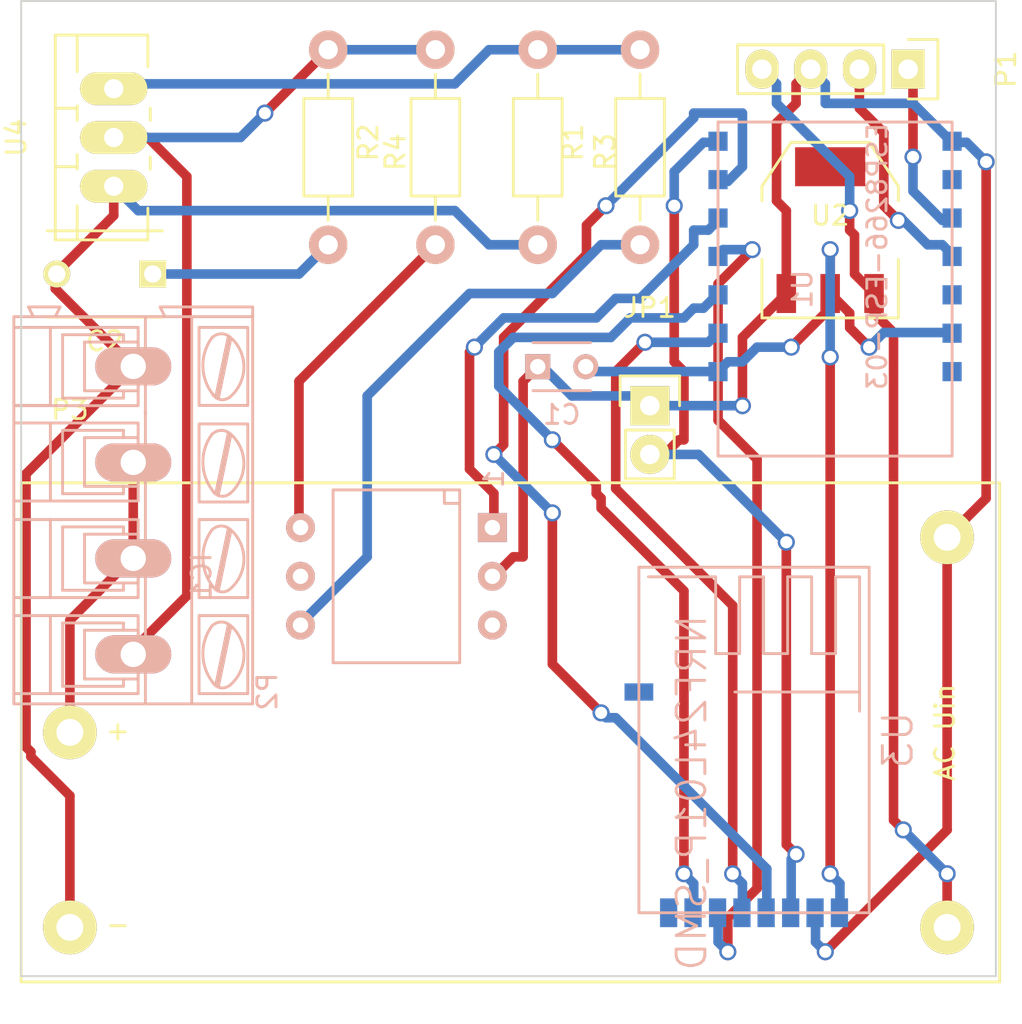
<source format=kicad_pcb>

(kicad_pcb
  (version 4)
  (host pcbnew 4.0.0-rc1-stable)
  (general
    (links 36)
    (no_connects 0)
    (area 163.779999 118.059999 214.680001 168.960001)
    (thickness 1.6)
    (drawings 5)
    (tracks 258)
    (zones 0)
    (modules 15)
    (nets 23))
  (page A3)
  (layers
    (0 F.Cu mixed)
    (31 B.Cu mixed)
    (32 B.Adhes user)
    (33 F.Adhes user)
    (34 B.Paste user)
    (35 F.Paste user)
    (36 B.SilkS user)
    (37 F.SilkS user)
    (38 B.Mask user)
    (39 F.Mask user)
    (40 Dwgs.User user)
    (41 Cmts.User user)
    (42 Eco1.User user)
    (43 Eco2.User user)
    (44 Edge.Cuts user))
  (setup
    (last_trace_width 0.5)
    (trace_clearance 0.5)
    (zone_clearance 0.508)
    (zone_45_only no)
    (trace_min 0.254)
    (segment_width 0.2)
    (edge_width 0.1)
    (via_size 0.889)
    (via_drill 0.635)
    (via_min_size 0.889)
    (via_min_drill 0.508)
    (uvia_size 0.508)
    (uvia_drill 0.127)
    (uvias_allowed no)
    (uvia_min_size 0.508)
    (uvia_min_drill 0.127)
    (pcb_text_width 0.3)
    (pcb_text_size 1.5 1.5)
    (mod_edge_width 0.15)
    (mod_text_size 1 1)
    (mod_text_width 0.15)
    (pad_size 1.5 1.5)
    (pad_drill 0.8)
    (pad_to_mask_clearance 0)
    (aux_axis_origin 163.83 168.91)
    (grid_origin 163.83 168.91)
    (visible_elements FFFFFFFF)
    (pcbplotparams
      (layerselection 0x00030_80000001)
      (usegerberextensions true)
      (excludeedgelayer true)
      (linewidth 0.15)
      (plotframeref false)
      (viasonmask false)
      (mode 1)
      (useauxorigin false)
      (hpglpennumber 1)
      (hpglpenspeed 20)
      (hpglpendiameter 15)
      (hpglpenoverlay 2)
      (psnegative false)
      (psa4output false)
      (plotreference true)
      (plotvalue true)
      (plotinvisibletext false)
      (padsonsilk false)
      (subtractmaskfromsilk false)
      (outputformat 1)
      (mirror false)
      (drillshape 0)
      (scaleselection 1)
      (outputdirectory GRB/)))
  (net 0 "")
  (net 1 GND)
  (net 2 "Net-(C1-Pad2)")
  (net 3 "Net-(C2-Pad1)")
  (net 4 "Net-(C2-Pad2)")
  (net 5 "Net-(IC1-Pad1)")
  (net 6 "Net-(IC1-Pad4)")
  (net 7 "Net-(IC1-Pad6)")
  (net 8 "Net-(JP1-Pad2)")
  (net 9 "Net-(P1-Pad1)")
  (net 10 "Net-(P1-Pad2)")
  (net 11 VCC)
  (net 12 "Net-(P2-Pad1)")
  (net 13 "Net-(P2-Pad2)")
  (net 14 "Net-(R1-Pad2)")
  (net 15 "Net-(U1-Pad13)")
  (net 16 "Net-(U1-Pad11)")
  (net 17 "Net-(U1-Pad10)")
  (net 18 "Net-(U1-Pad9)")
  (net 19 "Net-(U1-Pad5)")
  (net 20 "Net-(U1-Pad7)")
  (net 21 "Net-(U3-Pad8)")
  (net 22 "Net-(U3-Pad9)")
  (net_class Default "Это класс цепей по умолчанию."
    (clearance 0.5)
    (trace_width 0.5)
    (via_dia 0.889)
    (via_drill 0.635)
    (uvia_dia 0.508)
    (uvia_drill 0.127)
    (add_net GND)
    (add_net "Net-(C1-Pad2)")
    (add_net "Net-(C2-Pad1)")
    (add_net "Net-(C2-Pad2)")
    (add_net "Net-(IC1-Pad1)")
    (add_net "Net-(IC1-Pad4)")
    (add_net "Net-(IC1-Pad6)")
    (add_net "Net-(JP1-Pad2)")
    (add_net "Net-(P1-Pad1)")
    (add_net "Net-(P1-Pad2)")
    (add_net "Net-(P2-Pad1)")
    (add_net "Net-(P2-Pad2)")
    (add_net "Net-(R1-Pad2)")
    (add_net "Net-(U1-Pad10)")
    (add_net "Net-(U1-Pad11)")
    (add_net "Net-(U1-Pad13)")
    (add_net "Net-(U1-Pad5)")
    (add_net "Net-(U1-Pad7)")
    (add_net "Net-(U1-Pad9)")
    (add_net "Net-(U3-Pad8)")
    (add_net "Net-(U3-Pad9)")
    (add_net VCC))
  (net_class Tolsto ""
    (clearance 0.5)
    (trace_width 1)
    (via_dia 0.889)
    (via_drill 0.635)
    (uvia_dia 0.508)
    (uvia_drill 0.127))
  (net_class Tonko ""
    (clearance 0.26)
    (trace_width 0.26)
    (via_dia 0.889)
    (via_drill 0.635)
    (uvia_dia 0.508)
    (uvia_drill 0.127))
  (module Capacitors_ThroughHole:C_Disc_D3_P2.5 placed
    (layer B.Cu)
    (tedit 0)
    (tstamp 562126BD)
    (at 190.754 137.16)
    (descr "Capacitor 3mm Disc, Pitch 2.5mm")
    (tags Capacitor)
    (path /561FAE0D)
    (fp_text reference C1
      (at 1.25 2.5)
      (layer B.SilkS)
      (effects
        (font
          (size 1 1)
          (thickness 0.15))
        (justify mirror)))
    (fp_text value 0.01
      (at 1.25 -2.5)
      (layer B.Fab)
      (effects
        (font
          (size 1 1)
          (thickness 0.15))
        (justify mirror)))
    (fp_line
      (start -0.9 1.5)
      (end 3.4 1.5)
      (layer B.CrtYd)
      (width 0.05))
    (fp_line
      (start 3.4 1.5)
      (end 3.4 -1.5)
      (layer B.CrtYd)
      (width 0.05))
    (fp_line
      (start 3.4 -1.5)
      (end -0.9 -1.5)
      (layer B.CrtYd)
      (width 0.05))
    (fp_line
      (start -0.9 -1.5)
      (end -0.9 1.5)
      (layer B.CrtYd)
      (width 0.05))
    (fp_line
      (start -0.25 1.25)
      (end 2.75 1.25)
      (layer B.SilkS)
      (width 0.15))
    (fp_line
      (start 2.75 -1.25)
      (end -0.25 -1.25)
      (layer B.SilkS)
      (width 0.15))
    (pad 1 thru_hole rect
      (at 0 0)
      (size 1.3 1.3)
      (drill 0.8)
      (layers *.Cu *.Mask B.SilkS)
      (net 1 GND))
    (pad 2 thru_hole circle
      (at 2.5 0)
      (size 1.3 1.3)
      (drill 0.8001)
      (layers *.Cu *.Mask B.SilkS)
      (net 2 "Net-(C1-Pad2)"))
    (model Capacitors_ThroughHole.3dshapes/C_Disc_D3_P2.5.wrl
      (at
        (xyz 0.0492126 0 0))
      (scale
        (xyz 1 1 1))
      (rotate
        (xyz 0 0 0))))
  (module Capacitors_ThroughHole:C_Disc_D6_P5 placed
    (layer F.Cu)
    (tedit 0)
    (tstamp 562126C3)
    (at 170.688 132.334 180)
    (descr "Capacitor 6mm Disc, Pitch 5mm")
    (tags Capacitor)
    (path /561FB309)
    (fp_text reference C2
      (at 2.5 -3.5 180)
      (layer F.SilkS)
      (effects
        (font
          (size 1 1)
          (thickness 0.15))))
    (fp_text value 10n
      (at 2.5 3.5 180)
      (layer F.Fab)
      (effects
        (font
          (size 1 1)
          (thickness 0.15))))
    (fp_line
      (start -0.95 -2.5)
      (end 5.95 -2.5)
      (layer F.CrtYd)
      (width 0.05))
    (fp_line
      (start 5.95 -2.5)
      (end 5.95 2.5)
      (layer F.CrtYd)
      (width 0.05))
    (fp_line
      (start 5.95 2.5)
      (end -0.95 2.5)
      (layer F.CrtYd)
      (width 0.05))
    (fp_line
      (start -0.95 2.5)
      (end -0.95 -2.5)
      (layer F.CrtYd)
      (width 0.05))
    (fp_line
      (start -0.5 -2.25)
      (end 5.5 -2.25)
      (layer F.SilkS)
      (width 0.15))
    (fp_line
      (start 5.5 2.25)
      (end -0.5 2.25)
      (layer F.SilkS)
      (width 0.15))
    (pad 1 thru_hole rect
      (at 0 0 180)
      (size 1.4 1.4)
      (drill 0.9)
      (layers *.Cu *.Mask F.SilkS)
      (net 3 "Net-(C2-Pad1)"))
    (pad 2 thru_hole circle
      (at 5 0 180)
      (size 1.4 1.4)
      (drill 0.9)
      (layers *.Cu *.Mask F.SilkS)
      (net 4 "Net-(C2-Pad2)"))
    (model Capacitors_ThroughHole.3dshapes/C_Disc_D6_P5.wrl
      (at
        (xyz 0.0984252 0 0))
      (scale
        (xyz 1 1 1))
      (rotate
        (xyz 0 0 0))))
  (module Opto-Devices:Optocoupler_6pin_wide_Stile-II placed
    (layer B.Cu)
    (tedit 0)
    (tstamp 562126CD)
    (at 183.388 148.082 270)
    (descr "Optocoupler, 6pin,  wide (10mm pin, 8mm Pad), like CNY17")
    (tags "Optocoupler 6pin 10mm 8mm CNY17")
    (path /561FB3DC)
    (fp_text reference IC1
      (at 0 10.16 270)
      (layer B.SilkS)
      (effects
        (font
          (size 1 1)
          (thickness 0.15))
        (justify mirror)))
    (fp_text value MOC3061M
      (at 0 -10.16 270)
      (layer B.Fab)
      (effects
        (font
          (size 1 1)
          (thickness 0.15))
        (justify mirror)))
    (fp_text user 1
      (at -5.08 -5.08 270)
      (layer B.SilkS)
      (effects
        (font
          (size 1 1)
          (thickness 0.15))
        (justify mirror)))
    (fp_line
      (start -4.50088 -2.49936)
      (end -3.79984 -2.49936)
      (layer B.SilkS)
      (width 0.15))
    (fp_line
      (start -3.79984 -2.49936)
      (end -3.79984 -3.2004)
      (layer B.SilkS)
      (width 0.15))
    (fp_line
      (start -4.50088 3.29946)
      (end 4.50088 3.29946)
      (layer B.SilkS)
      (width 0.15))
    (fp_line
      (start 4.50088 3.29946)
      (end 4.50088 -3.29946)
      (layer B.SilkS)
      (width 0.15))
    (fp_line
      (start 4.50088 -3.29946)
      (end -4.50088 -3.29946)
      (layer B.SilkS)
      (width 0.15))
    (fp_line
      (start -4.50088 -3.29946)
      (end -4.50088 3.29946)
      (layer B.SilkS)
      (width 0.15))
    (pad 1 thru_hole rect
      (at -2.54 -5.00126 270)
      (size 1.50114 1.50114)
      (drill 0.8001)
      (layers *.Cu *.Mask B.SilkS)
      (net 5 "Net-(IC1-Pad1)"))
    (pad 2 thru_hole circle
      (at 0 -5.00126 270)
      (size 1.50114 1.50114)
      (drill 0.8001)
      (layers *.Cu *.Mask B.SilkS)
      (net 1 GND))
    (pad 3 thru_hole circle
      (at 2.54 -5.00126 270)
      (size 1.50114 1.50114)
      (drill 0.8001)
      (layers *.Cu *.Mask B.SilkS))
    (pad 4 thru_hole circle
      (at 2.54 4.99872 270)
      (size 1.50114 1.50114)
      (drill 0.8001)
      (layers *.Cu *.Mask B.SilkS)
      (net 6 "Net-(IC1-Pad4)"))
    (pad 5 thru_hole circle
      (at 0 4.99872 270)
      (size 1.50114 1.50114)
      (drill 0.8001)
      (layers *.Cu *.Mask B.SilkS))
    (pad 6 thru_hole circle
      (at -2.54 4.99872 270)
      (size 1.50114 1.50114)
      (drill 0.8001)
      (layers *.Cu *.Mask B.SilkS)
      (net 7 "Net-(IC1-Pad6)")))
  (module Pin_Headers:Pin_Header_Straight_1x04 placed
    (layer F.Cu)
    (tedit 0)
    (tstamp 562126DB)
    (at 210.058 121.666 270)
    (descr "Through hole pin header")
    (tags "pin header")
    (path /561FC51C)
    (fp_text reference P1
      (at 0 -5.1 270)
      (layer F.SilkS)
      (effects
        (font
          (size 1 1)
          (thickness 0.15))))
    (fp_text value CONN_4
      (at 0 -3.1 270)
      (layer F.Fab)
      (effects
        (font
          (size 1 1)
          (thickness 0.15))))
    (fp_line
      (start -1.75 -1.75)
      (end -1.75 9.4)
      (layer F.CrtYd)
      (width 0.05))
    (fp_line
      (start 1.75 -1.75)
      (end 1.75 9.4)
      (layer F.CrtYd)
      (width 0.05))
    (fp_line
      (start -1.75 -1.75)
      (end 1.75 -1.75)
      (layer F.CrtYd)
      (width 0.05))
    (fp_line
      (start -1.75 9.4)
      (end 1.75 9.4)
      (layer F.CrtYd)
      (width 0.05))
    (fp_line
      (start -1.27 1.27)
      (end -1.27 8.89)
      (layer F.SilkS)
      (width 0.15))
    (fp_line
      (start 1.27 1.27)
      (end 1.27 8.89)
      (layer F.SilkS)
      (width 0.15))
    (fp_line
      (start 1.55 -1.55)
      (end 1.55 0)
      (layer F.SilkS)
      (width 0.15))
    (fp_line
      (start -1.27 8.89)
      (end 1.27 8.89)
      (layer F.SilkS)
      (width 0.15))
    (fp_line
      (start 1.27 1.27)
      (end -1.27 1.27)
      (layer F.SilkS)
      (width 0.15))
    (fp_line
      (start -1.55 0)
      (end -1.55 -1.55)
      (layer F.SilkS)
      (width 0.15))
    (fp_line
      (start -1.55 -1.55)
      (end 1.55 -1.55)
      (layer F.SilkS)
      (width 0.15))
    (pad 1 thru_hole rect
      (at 0 0 270)
      (size 2.032 1.7272)
      (drill 1.016)
      (layers *.Cu *.Mask F.SilkS)
      (net 9 "Net-(P1-Pad1)"))
    (pad 2 thru_hole oval
      (at 0 2.54 270)
      (size 2.032 1.7272)
      (drill 1.016)
      (layers *.Cu *.Mask F.SilkS)
      (net 10 "Net-(P1-Pad2)"))
    (pad 3 thru_hole oval
      (at 0 5.08 270)
      (size 2.032 1.7272)
      (drill 1.016)
      (layers *.Cu *.Mask F.SilkS)
      (net 1 GND))
    (pad 4 thru_hole oval
      (at 0 7.62 270)
      (size 2.032 1.7272)
      (drill 1.016)
      (layers *.Cu *.Mask F.SilkS)
      (net 11 VCC))
    (model Pin_Headers.3dshapes/Pin_Header_Straight_1x04.wrl
      (at
        (xyz 0 -0.15 0))
      (scale
        (xyz 1 1 1))
      (rotate
        (xyz 0 0 90))))
  (module Connect:AK300-4
    (layer B.Cu)
    (tedit 547910000.0)
    (tstamp 562126000.0)
    (at 169.672 152.146 90)
    (descr CONNECTOR)
    (tags CONNECTOR)
    (path /561FB96F)
    (attr virtual)
    (fp_text reference P2
      (at -1.945 6.985 90)
      (layer B.SilkS)
      (effects
        (font
          (size 1 1)
          (thickness 0.15))
        (justify mirror)))
    (fp_text value CONN_4
      (at 2.754 -7.747 90)
      (layer B.Fab)
      (effects
        (font
          (size 1 1)
          (thickness 0.15))
        (justify mirror)))
    (fp_line
      (start 18.35 6.473)
      (end 18.35 -6.473)
      (layer B.CrtYd)
      (width 0.05))
    (fp_line
      (start -2.83 6.473)
      (end -2.83 -6.473)
      (layer B.CrtYd)
      (width 0.05))
    (fp_line
      (start -2.83 -6.473)
      (end 18.35 -6.473)
      (layer B.CrtYd)
      (width 0.05))
    (fp_line
      (start -2.83 6.473)
      (end 18.35 6.473)
      (layer B.CrtYd)
      (width 0.05))
    (fp_line
      (start 8.75 0.254)
      (end 8.75 -2.54)
      (layer B.SilkS)
      (width 0.15))
    (fp_line
      (start 8.75 -2.54)
      (end 11.29 -2.54)
      (layer B.SilkS)
      (width 0.15))
    (fp_line
      (start 11.29 -2.54)
      (end 11.29 0.254)
      (layer B.SilkS)
      (width 0.15))
    (fp_line
      (start 7.9372 3.429)
      (end 7.9372 5.969)
      (layer B.SilkS)
      (width 0.15))
    (fp_line
      (start 7.9372 5.969)
      (end 12.0012 5.969)
      (layer B.SilkS)
      (width 0.15))
    (fp_line
      (start 12.0012 5.969)
      (end 12.0012 3.429)
      (layer B.SilkS)
      (width 0.15))
    (fp_line
      (start 12.0012 3.429)
      (end 7.9372 3.429)
      (layer B.SilkS)
      (width 0.15))
    (fp_line
      (start 8.3436 4.445)
      (end 11.3916 5.08)
      (layer B.SilkS)
      (width 0.15))
    (fp_line
      (start 8.4706 4.318)
      (end 11.5186 4.953)
      (layer B.SilkS)
      (width 0.15))
    (fp_line
      (start 7.988 -4.318)
      (end 12.052 -4.318)
      (layer B.SilkS)
      (width 0.15))
    (fp_line
      (start 12.052 -6.223)
      (end 12.052 0.254)
      (layer B.SilkS)
      (width 0.15))
    (fp_line
      (start 8.369 -0.508)
      (end 8.75 -0.508)
      (layer B.SilkS)
      (width 0.15))
    (fp_line
      (start 8.369 -0.508)
      (end 8.369 -3.683)
      (layer B.SilkS)
      (width 0.15))
    (fp_line
      (start 8.369 -3.683)
      (end 11.671 -3.683)
      (layer B.SilkS)
      (width 0.15))
    (fp_line
      (start 11.671 -3.683)
      (end 11.671 -0.508)
      (layer B.SilkS)
      (width 0.15))
    (fp_line
      (start 11.671 -0.508)
      (end 11.29 -0.508)
      (layer B.SilkS)
      (width 0.15))
    (fp_line
      (start 12.51 0.635)
      (end 17.59 0.635)
      (layer B.SilkS)
      (width 0.15))
    (fp_line
      (start 7.988 -6.223)
      (end 7.988 0.254)
      (layer B.SilkS)
      (width 0.15))
    (fp_line
      (start 7.988 0.254)
      (end 12.052 0.254)
      (layer B.SilkS)
      (width 0.15))
    (fp_line
      (start 16.955 -6.223)
      (end 13.018 -6.223)
      (layer B.SilkS)
      (width 0.15))
    (fp_line
      (start 13.168 -6.223)
      (end 7.072 -6.223)
      (layer B.SilkS)
      (width 0.15))
    (fp_line
      (start 17.59 3.048)
      (end -2.58 3.048)
      (layer B.SilkS)
      (width 0.15))
    (fp_line
      (start 17.74 6.223)
      (end -2.58 6.223)
      (layer B.SilkS)
      (width 0.15))
    (fp_line
      (start 12.66 0.635)
      (end -2.5165 0.635)
      (layer B.SilkS)
      (width 0.15))
    (fp_line
      (start 12.9545 -4.0005)
      (end 12.9545 0.254)
      (layer B.SilkS)
      (width 0.15))
    (fp_line
      (start 13.3482 0.254)
      (end 16.6502 0.254)
      (layer B.SilkS)
      (width 0.15))
    (fp_line
      (start 12.9672 0.254)
      (end 13.3482 0.254)
      (layer B.SilkS)
      (width 0.15))
    (fp_line
      (start 17.0312 0.254)
      (end 16.6502 0.254)
      (layer B.SilkS)
      (width 0.15))
    (fp_line
      (start 13.5006 4.318)
      (end 16.5486 4.953)
      (layer B.SilkS)
      (width 0.15))
    (fp_line
      (start 13.3736 4.445)
      (end 16.4216 5.08)
      (layer B.SilkS)
      (width 0.15))
    (fp_line
      (start 17.0312 3.429)
      (end 12.9672 3.429)
      (layer B.SilkS)
      (width 0.15))
    (fp_line
      (start 17.0312 5.969)
      (end 17.0312 3.429)
      (layer B.SilkS)
      (width 0.15))
    (fp_line
      (start 12.9672 5.969)
      (end 17.0312 5.969)
      (layer B.SilkS)
      (width 0.15))
    (fp_line
      (start 12.9672 3.429)
      (end 12.9672 5.969)
      (layer B.SilkS)
      (width 0.15))
    (fp_line
      (start 17.59 3.175)
      (end 17.59 1.651)
      (layer B.SilkS)
      (width 0.15))
    (fp_line
      (start 17.59 0.635)
      (end 17.59 -4.064)
      (layer B.SilkS)
      (width 0.15))
    (fp_line
      (start 17.59 1.651)
      (end 17.59 0.635)
      (layer B.SilkS)
      (width 0.15))
    (fp_line
      (start 16.6502 -0.508)
      (end 16.2692 -0.508)
      (layer B.SilkS)
      (width 0.15))
    (fp_line
      (start 13.3482 -0.508)
      (end 13.7292 -0.508)
      (layer B.SilkS)
      (width 0.15))
    (fp_line
      (start 13.3482 -3.683)
      (end 13.3482 -0.508)
      (layer B.SilkS)
      (width 0.15))
    (fp_line
      (start 16.6502 -3.683)
      (end 13.3482 -3.683)
      (layer B.SilkS)
      (width 0.15))
    (fp_line
      (start 16.6502 -3.683)
      (end 16.6502 -0.508)
      (layer B.SilkS)
      (width 0.15))
    (fp_line
      (start 17.0312 -4.318)
      (end 17.0312 -6.223)
      (layer B.SilkS)
      (width 0.15))
    (fp_line
      (start 12.9672 -4.318)
      (end 17.0312 -4.318)
      (layer B.SilkS)
      (width 0.15))
    (fp_line
      (start 17.0312 -6.223)
      (end 17.59 -6.223)
      (layer B.SilkS)
      (width 0.15))
    (fp_line
      (start 17.0312 0.254)
      (end 17.0312 -4.318)
      (layer B.SilkS)
      (width 0.15))
    (fp_line
      (start 12.9672 -6.223)
      (end 12.9672 -4.318)
      (layer B.SilkS)
      (width 0.15))
    (fp_line
      (start 18.098 -3.81)
      (end 18.098 -5.461)
      (layer B.SilkS)
      (width 0.15))
    (fp_line
      (start 17.59 -4.064)
      (end 17.59 -5.207)
      (layer B.SilkS)
      (width 0.15))
    (fp_line
      (start 18.098 -3.81)
      (end 17.59 -4.064)
      (layer B.SilkS)
      (width 0.15))
    (fp_line
      (start 17.59 -5.207)
      (end 17.59 -6.223)
      (layer B.SilkS)
      (width 0.15))
    (fp_line
      (start 18.098 -5.461)
      (end 17.59 -5.207)
      (layer B.SilkS)
      (width 0.15))
    (fp_line
      (start 18.098 1.397)
      (end 17.59 1.651)
      (layer B.SilkS)
      (width 0.15))
    (fp_line
      (start 18.098 6.223)
      (end 18.098 1.397)
      (layer B.SilkS)
      (width 0.15))
    (fp_line
      (start 17.59 6.223)
      (end 18.098 6.223)
      (layer B.SilkS)
      (width 0.15))
    (fp_line
      (start 17.59 6.223)
      (end 17.59 3.175)
      (layer B.SilkS)
      (width 0.15))
    (fp_line
      (start 13.7292 -2.54)
      (end 13.7292 0.254)
      (layer B.SilkS)
      (width 0.15))
    (fp_line
      (start 13.7292 0.254)
      (end 16.2692 0.254)
      (layer B.SilkS)
      (width 0.15))
    (fp_line
      (start 16.2692 -2.54)
      (end 16.2692 0.254)
      (layer B.SilkS)
      (width 0.15))
    (fp_line
      (start 13.7292 -2.54)
      (end 16.2692 -2.54)
      (layer B.SilkS)
      (width 0.15))
    (fp_line
      (start -1.2846 -2.54)
      (end 1.2554 -2.54)
      (layer B.SilkS)
      (width 0.15))
    (fp_line
      (start 1.2554 -2.54)
      (end 1.2554 0.254)
      (layer B.SilkS)
      (width 0.15))
    (fp_line
      (start -1.2846 0.254)
      (end 1.2554 0.254)
      (layer B.SilkS)
      (width 0.15))
    (fp_line
      (start -1.2846 -2.54)
      (end -1.2846 0.254)
      (layer B.SilkS)
      (width 0.15))
    (fp_line
      (start 3.7192 -2.54)
      (end 6.2592 -2.54)
      (layer B.SilkS)
      (width 0.15))
    (fp_line
      (start 6.2592 -2.54)
      (end 6.2592 0.254)
      (layer B.SilkS)
      (width 0.15))
    (fp_line
      (start 3.7192 0.254)
      (end 6.2592 0.254)
      (layer B.SilkS)
      (width 0.15))
    (fp_line
      (start 3.7192 -2.54)
      (end 3.7192 0.254)
      (layer B.SilkS)
      (width 0.15))
    (fp_line
      (start 12.9545 -5.207)
      (end 12.9545 -6.223)
      (layer B.SilkS)
      (width 0.15))
    (fp_line
      (start 12.9545 -4.064)
      (end 12.9545 -5.207)
      (layer B.SilkS)
      (width 0.15))
    (fp_line
      (start 2.9572 -6.223)
      (end 2.9572 -4.318)
      (layer B.SilkS)
      (width 0.15))
    (fp_line
      (start 7.0212 0.254)
      (end 7.0212 -4.318)
      (layer B.SilkS)
      (width 0.15))
    (fp_line
      (start 2.9572 -6.223)
      (end 7.0212 -6.223)
      (layer B.SilkS)
      (width 0.15))
    (fp_line
      (start 2.0174 -6.223)
      (end 2.0174 -4.318)
      (layer B.SilkS)
      (width 0.15))
    (fp_line
      (start 2.0174 -6.223)
      (end 2.9572 -6.223)
      (layer B.SilkS)
      (width 0.15))
    (fp_line
      (start -2.0466 0.254)
      (end -2.0466 -4.318)
      (layer B.SilkS)
      (width 0.15))
    (fp_line
      (start -2.58 -6.223)
      (end -2.0466 -6.223)
      (layer B.SilkS)
      (width 0.15))
    (fp_line
      (start -2.0466 -6.223)
      (end 2.0174 -6.223)
      (layer B.SilkS)
      (width 0.15))
    (fp_line
      (start 2.9572 -4.318)
      (end 7.0212 -4.318)
      (layer B.SilkS)
      (width 0.15))
    (fp_line
      (start 2.9572 -4.318)
      (end 2.9572 0.254)
      (layer B.SilkS)
      (width 0.15))
    (fp_line
      (start 7.0212 -4.318)
      (end 7.0212 -6.223)
      (layer B.SilkS)
      (width 0.15))
    (fp_line
      (start 2.0174 -4.318)
      (end -2.0466 -4.318)
      (layer B.SilkS)
      (width 0.15))
    (fp_line
      (start 2.0174 -4.318)
      (end 2.0174 0.254)
      (layer B.SilkS)
      (width 0.15))
    (fp_line
      (start -2.0466 -4.318)
      (end -2.0466 -6.223)
      (layer B.SilkS)
      (width 0.15))
    (fp_line
      (start 6.6402 -3.683)
      (end 6.6402 -0.508)
      (layer B.SilkS)
      (width 0.15))
    (fp_line
      (start 6.6402 -3.683)
      (end 3.3382 -3.683)
      (layer B.SilkS)
      (width 0.15))
    (fp_line
      (start 3.3382 -3.683)
      (end 3.3382 -0.508)
      (layer B.SilkS)
      (width 0.15))
    (fp_line
      (start 1.6364 -3.683)
      (end 1.6364 -0.508)
      (layer B.SilkS)
      (width 0.15))
    (fp_line
      (start 1.6364 -3.683)
      (end -1.6656 -3.683)
      (layer B.SilkS)
      (width 0.15))
    (fp_line
      (start -1.6656 -3.683)
      (end -1.6656 -0.508)
      (layer B.SilkS)
      (width 0.15))
    (fp_line
      (start -1.6656 -0.508)
      (end -1.2846 -0.508)
      (layer B.SilkS)
      (width 0.15))
    (fp_line
      (start 1.6364 -0.508)
      (end 1.2554 -0.508)
      (layer B.SilkS)
      (width 0.15))
    (fp_line
      (start 3.3382 -0.508)
      (end 3.7192 -0.508)
      (layer B.SilkS)
      (width 0.15))
    (fp_line
      (start 6.6402 -0.508)
      (end 6.2592 -0.508)
      (layer B.SilkS)
      (width 0.15))
    (fp_line
      (start -2.58 -6.223)
      (end -2.58 0.635)
      (layer B.SilkS)
      (width 0.15))
    (fp_line
      (start -2.58 0.635)
      (end -2.58 3.175)
      (layer B.SilkS)
      (width 0.15))
    (fp_line
      (start -2.58 3.175)
      (end -2.58 6.223)
      (layer B.SilkS)
      (width 0.15))
    (fp_line
      (start 2.9572 3.429)
      (end 2.9572 5.969)
      (layer B.SilkS)
      (width 0.15))
    (fp_line
      (start 2.9572 5.969)
      (end 7.0212 5.969)
      (layer B.SilkS)
      (width 0.15))
    (fp_line
      (start 7.0212 5.969)
      (end 7.0212 3.429)
      (layer B.SilkS)
      (width 0.15))
    (fp_line
      (start 7.0212 3.429)
      (end 2.9572 3.429)
      (layer B.SilkS)
      (width 0.15))
    (fp_line
      (start 2.0174 3.429)
      (end 2.0174 5.969)
      (layer B.SilkS)
      (width 0.15))
    (fp_line
      (start 2.0174 3.429)
      (end -2.0466 3.429)
      (layer B.SilkS)
      (width 0.15))
    (fp_line
      (start -2.0466 3.429)
      (end -2.0466 5.969)
      (layer B.SilkS)
      (width 0.15))
    (fp_line
      (start 2.0174 5.969)
      (end -2.0466 5.969)
      (layer B.SilkS)
      (width 0.15))
    (fp_line
      (start 3.3636 4.445)
      (end 6.4116 5.08)
      (layer B.SilkS)
      (width 0.15))
    (fp_line
      (start 3.4906 4.318)
      (end 6.5386 4.953)
      (layer B.SilkS)
      (width 0.15))
    (fp_line
      (start -1.6402 4.445)
      (end 1.41034 5.08)
      (layer B.SilkS)
      (width 0.15))
    (fp_line
      (start -1.5132 4.318)
      (end 1.5348 4.953)
      (layer B.SilkS)
      (width 0.15))
    (fp_line
      (start -2.0466 0.254)
      (end -1.6656 0.254)
      (layer B.SilkS)
      (width 0.15))
    (fp_line
      (start 2.0174 0.254)
      (end 1.6364 0.254)
      (layer B.SilkS)
      (width 0.15))
    (fp_line
      (start 1.6364 0.254)
      (end -1.6656 0.254)
      (layer B.SilkS)
      (width 0.15))
    (fp_line
      (start 7.0212 0.254)
      (end 6.6402 0.254)
      (layer B.SilkS)
      (width 0.15))
    (fp_line
      (start 2.9572 0.254)
      (end 3.3382 0.254)
      (layer B.SilkS)
      (width 0.15))
    (fp_line
      (start 3.3382 0.254)
      (end 6.6402 0.254)
      (layer B.SilkS)
      (width 0.15))
    (fp_arc
      (start 10.9852 4.59486)
      (end 11.49066 5.05206)
      (angle -90.5)
      (layer B.SilkS)
      (width 0.15))
    (fp_arc
      (start 10.02 6.0706)
      (end 11.48304 4.11734)
      (angle -75.5)
      (layer B.SilkS)
      (width 0.15))
    (fp_arc
      (start 9.94126 3.7084)
      (end 8.3436 5.0038)
      (angle -100)
      (layer B.SilkS)
      (width 0.15))
    (fp_arc
      (start 8.8262 4.64566)
      (end 8.53664 4.1275)
      (angle -104.2)
      (layer B.SilkS)
      (width 0.15))
    (fp_arc
      (start 13.8562 4.64566)
      (end 13.56664 4.1275)
      (angle -104.2)
      (layer B.SilkS)
      (width 0.15))
    (fp_arc
      (start 14.97126 3.7084)
      (end 13.3736 5.0038)
      (angle -100)
      (layer B.SilkS)
      (width 0.15))
    (fp_arc
      (start 15.05 6.0706)
      (end 16.51304 4.11734)
      (angle -75.5)
      (layer B.SilkS)
      (width 0.15))
    (fp_arc
      (start 16.0152 4.59486)
      (end 16.52066 5.05206)
      (angle -90.5)
      (layer B.SilkS)
      (width 0.15))
    (fp_arc
      (start 6.0052 4.59486)
      (end 6.51066 5.05206)
      (angle -90.5)
      (layer B.SilkS)
      (width 0.15))
    (fp_arc
      (start 5.04 6.0706)
      (end 6.50304 4.11734)
      (angle -75.5)
      (layer B.SilkS)
      (width 0.15))
    (fp_arc
      (start 4.96126 3.7084)
      (end 3.3636 5.0038)
      (angle -100)
      (layer B.SilkS)
      (width 0.15))
    (fp_arc
      (start 3.8462 4.64566)
      (end 3.55664 4.1275)
      (angle -104.2)
      (layer B.SilkS)
      (width 0.15))
    (fp_arc
      (start 1.0014 4.59486)
      (end 1.5094 5.05206)
      (angle -90.5)
      (layer B.SilkS)
      (width 0.15))
    (fp_arc
      (start 0.03874 6.0706)
      (end 1.50178 4.11734)
      (angle -75.5)
      (layer B.SilkS)
      (width 0.15))
    (fp_arc
      (start -0.03746 3.7084)
      (end -1.6402 5.0038)
      (angle -100)
      (layer B.SilkS)
      (width 0.15))
    (fp_arc
      (start -1.1576 4.64566)
      (end -1.44462 4.1275)
      (angle -104.2)
      (layer B.SilkS)
      (width 0.15))
    (pad 1 thru_hole oval
      (at 0 0 90)
      (size 1.9812 3.9624)
      (drill 1.3208)
      (layers *.Cu B.Paste B.SilkS B.Mask)
      (net 12 "Net-(P2-Pad1)"))
    (pad 2 thru_hole oval
      (at 5 0 90)
      (size 1.9812 3.9624)
      (drill 1.3208)
      (layers *.Cu B.Paste B.SilkS B.Mask)
      (net 13 "Net-(P2-Pad2)"))
    (pad 4 thru_hole oval
      (at 15 0 90)
      (size 1.9812 3.9624)
      (drill 1.3208)
      (layers *.Cu B.Paste B.SilkS B.Mask)
      (net 4 "Net-(C2-Pad2)"))
    (pad 3 thru_hole oval
      (at 10 0 90)
      (size 1.9812 3.9624)
      (drill 1.3208)
      (layers *.Cu *.Mask B.SilkS)
      (net 13 "Net-(P2-Pad2)")))
  (module myelin-kicad:ESP8266-ESP-03 placed
    (layer B.Cu)
    (tedit 54BF7D41)
    (tstamp 5621270D)
    (at 206.248 131.318)
    (descr "ESP8266 ESP-03 wifi module -- Phillip Pearson")
    (path /561FA8B5)
    (fp_text reference U1
      (at -1.7 1.8 270)
      (layer B.SilkS)
      (effects
        (font
          (size 1 1)
          (thickness 0.15))
        (justify mirror)))
    (fp_text value ESP8266-ESP-03
      (at 2.2 0.1 270)
      (layer B.SilkS)
      (effects
        (font
          (size 1 1)
          (thickness 0.15))
        (justify mirror)))
    (fp_line
      (start -6.1 -6.9)
      (end -6.1 10.5)
      (layer B.SilkS)
      (width 0.15))
    (fp_line
      (start -6.1 10.5)
      (end 6.1 10.5)
      (layer B.SilkS)
      (width 0.15))
    (fp_line
      (start 6.1 10.5)
      (end 6.1 -6.9)
      (layer B.SilkS)
      (width 0.15))
    (fp_line
      (start 6.1 -6.9)
      (end -6.1 -6.9)
      (layer B.SilkS)
      (width 0.15))
    (pad 14 smd rect
      (at -6.1 -5.9)
      (size 1 1)
      (layers B.Cu B.Paste B.Mask)
      (net 8 "Net-(JP1-Pad2)"))
    (pad 13 smd rect
      (at -6.1 -3.9)
      (size 1 1)
      (layers B.Cu B.Paste B.Mask)
      (net 15 "Net-(U1-Pad13)"))
    (pad 12 smd rect
      (at -6.1 -1.9)
      (size 1 1)
      (layers B.Cu B.Paste B.Mask)
      (net 5 "Net-(IC1-Pad1)"))
    (pad 11 smd rect
      (at -6.1 0.1)
      (size 1 1)
      (layers B.Cu B.Paste B.Mask)
      (net 16 "Net-(U1-Pad11)"))
    (pad 10 smd rect
      (at -6.1 2.1)
      (size 1 1)
      (layers B.Cu B.Paste B.Mask)
      (net 17 "Net-(U1-Pad10)"))
    (pad 9 smd rect
      (at -6.1 4.1)
      (size 1 1)
      (layers B.Cu B.Paste B.Mask)
      (net 18 "Net-(U1-Pad9)"))
    (pad 8 smd rect
      (at -6.1 6.1)
      (size 1 1)
      (layers B.Cu B.Paste B.Mask)
      (net 2 "Net-(C1-Pad2)"))
    (pad 1 smd rect
      (at 6.1 -5.9)
      (size 1 1)
      (layers B.Cu B.Paste B.Mask)
      (net 1 GND))
    (pad 2 smd rect
      (at 6.1 -3.9)
      (size 1 1)
      (layers B.Cu B.Paste B.Mask))
    (pad 3 smd rect
      (at 6.1 -1.9)
      (size 1 1)
      (layers B.Cu B.Paste B.Mask)
      (net 9 "Net-(P1-Pad1)"))
    (pad 4 smd rect
      (at 6.1 0.1)
      (size 1 1)
      (layers B.Cu B.Paste B.Mask)
      (net 10 "Net-(P1-Pad2)"))
    (pad 5 smd rect
      (at 6.1 2.1)
      (size 1 1)
      (layers B.Cu B.Paste B.Mask)
      (net 19 "Net-(U1-Pad5)"))
    (pad 6 smd rect
      (at 6.1 4.1)
      (size 1 1)
      (layers B.Cu B.Paste B.Mask)
      (net 2 "Net-(C1-Pad2)"))
    (pad 7 smd rect
      (at 6.1 6.1)
      (size 1 1)
      (layers B.Cu B.Paste B.Mask)
      (net 20 "Net-(U1-Pad7)")))
  (module myelin-kicad:NRF24L01P_SMD placed
    (layer B.Cu)
    (tedit 55372F53)
    (tstamp 56212721)
    (at 208.026 165.608 90)
    (path /561FA8CC)
    (fp_text reference U3
      (at 9 1.5 270)
      (layer B.SilkS)
      (effects
        (font
          (size 1.5 1.5)
          (thickness 0.15))
        (justify mirror)))
    (fp_text value NRF24L01P_SMD
      (at 6.25 -9.25 90)
      (layer B.SilkS)
      (effects
        (font
          (size 1.5 1.5)
          (thickness 0.15))
        (justify mirror)))
    (fp_line
      (start 17.5 -0.5)
      (end 17.5 -1.75)
      (layer B.SilkS)
      (width 0.15))
    (fp_line
      (start 17.5 -1.75)
      (end 13.5 -1.75)
      (layer B.SilkS)
      (width 0.15))
    (fp_line
      (start 13.5 -1.75)
      (end 13.5 -3)
      (layer B.SilkS)
      (width 0.15))
    (fp_line
      (start 13.5 -3)
      (end 17.5 -3)
      (layer B.SilkS)
      (width 0.15))
    (fp_line
      (start 17.5 -3)
      (end 17.5 -4.25)
      (layer B.SilkS)
      (width 0.15))
    (fp_line
      (start 17.5 -4.25)
      (end 13.5 -4.25)
      (layer B.SilkS)
      (width 0.15))
    (fp_line
      (start 13.5 -4.25)
      (end 13.5 -5.5)
      (layer B.SilkS)
      (width 0.15))
    (fp_line
      (start 13.5 -5.5)
      (end 17.5 -5.5)
      (layer B.SilkS)
      (width 0.15))
    (fp_line
      (start 17.5 -5.5)
      (end 17.5 -6.75)
      (layer B.SilkS)
      (width 0.15))
    (fp_line
      (start 17.5 -6.75)
      (end 13.5 -6.75)
      (layer B.SilkS)
      (width 0.15))
    (fp_line
      (start 13.5 -6.75)
      (end 13.5 -8)
      (layer B.SilkS)
      (width 0.15))
    (fp_line
      (start 13.5 -8)
      (end 17.5 -8)
      (layer B.SilkS)
      (width 0.15))
    (fp_line
      (start 17.5 -8)
      (end 17.5 -11.5)
      (layer B.SilkS)
      (width 0.15))
    (fp_line
      (start 10.5 -0.5)
      (end 17.5 -0.5)
      (layer B.SilkS)
      (width 0.15))
    (fp_line
      (start 11.5 -7)
      (end 11.5 -0.5)
      (layer B.SilkS)
      (width 0.15))
    (fp_line
      (start 0 0)
      (end 18 0)
      (layer B.SilkS)
      (width 0.15))
    (fp_line
      (start 18 0)
      (end 18 -12)
      (layer B.SilkS)
      (width 0.15))
    (fp_line
      (start 18 -12)
      (end 0 -12)
      (layer B.SilkS)
      (width 0.15))
    (fp_line
      (start 0 0)
      (end 0 -12)
      (layer B.SilkS)
      (width 0.15))
    (pad 1 smd rect
      (at 0 -1.55 90)
      (size 1.5 0.9)
      (layers B.Cu B.Paste B.Mask)
      (net 2 "Net-(C1-Pad2)"))
    (pad 2 smd rect
      (at 0 -2.82 90)
      (size 1.5 0.9)
      (layers B.Cu B.Paste B.Mask)
      (net 1 GND))
    (pad 3 smd rect
      (at 0 -4.09 90)
      (size 1.5 0.9)
      (layers B.Cu B.Paste B.Mask)
      (net 8 "Net-(JP1-Pad2)"))
    (pad 4 smd rect
      (at 0 -5.37 90)
      (size 1.5 0.9)
      (layers B.Cu B.Paste B.Mask)
      (net 15 "Net-(U1-Pad13)"))
    (pad 5 smd rect
      (at 0 -6.63 90)
      (size 1.5 0.9)
      (layers B.Cu B.Paste B.Mask)
      (net 18 "Net-(U1-Pad9)"))
    (pad 6 smd rect
      (at 0 -7.9 90)
      (size 1.5 0.9)
      (layers B.Cu B.Paste B.Mask)
      (net 16 "Net-(U1-Pad11)"))
    (pad 7 smd rect
      (at 0 -9.18 90)
      (size 1.5 0.9)
      (layers B.Cu B.Paste B.Mask)
      (net 17 "Net-(U1-Pad10)"))
    (pad 8 smd rect
      (at 0 -10.45 90)
      (size 1.5 0.9)
      (layers B.Cu B.Paste B.Mask)
      (net 21 "Net-(U3-Pad8)"))
    (pad 9 smd rect
      (at 11.5 -12 90)
      (size 0.9 1.5)
      (layers B.Cu B.Paste B.Mask)
      (net 22 "Net-(U3-Pad9)")))
  (module TO_SOT_Packages_THT:TO-220_Neutral123_Vertical_LargePads placed
    (layer F.Cu)
    (tedit 0)
    (tstamp 56212728)
    (at 168.656 125.222 90)
    (descr "TO-220, Neutral, Vertical, Large Pads,")
    (tags "TO-220, Neutral, Vertical, Large Pads,")
    (path /561FAD60)
    (fp_text reference U4
      (at 0 -5.08 90)
      (layer F.SilkS)
      (effects
        (font
          (size 1 1)
          (thickness 0.15))))
    (fp_text value TRIAC
      (at 0 3.81 90)
      (layer F.Fab)
      (effects
        (font
          (size 1 1)
          (thickness 0.15))))
    (fp_line
      (start 5.334 -1.905)
      (end 3.429 -1.905)
      (layer F.SilkS)
      (width 0.15))
    (fp_line
      (start 0.889 -1.905)
      (end 1.651 -1.905)
      (layer F.SilkS)
      (width 0.15))
    (fp_line
      (start -1.524 -1.905)
      (end -1.651 -1.905)
      (layer F.SilkS)
      (width 0.15))
    (fp_line
      (start -1.524 -1.905)
      (end -0.889 -1.905)
      (layer F.SilkS)
      (width 0.15))
    (fp_line
      (start -5.334 -1.905)
      (end -3.556 -1.905)
      (layer F.SilkS)
      (width 0.15))
    (fp_line
      (start -5.334 1.778)
      (end -3.683 1.778)
      (layer F.SilkS)
      (width 0.15))
    (fp_line
      (start -1.016 1.905)
      (end -1.651 1.905)
      (layer F.SilkS)
      (width 0.15))
    (fp_line
      (start 1.524 1.905)
      (end 0.889 1.905)
      (layer F.SilkS)
      (width 0.15))
    (fp_line
      (start 5.334 1.778)
      (end 3.683 1.778)
      (layer F.SilkS)
      (width 0.15))
    (fp_line
      (start -1.524 -3.048)
      (end -1.524 -1.905)
      (layer F.SilkS)
      (width 0.15))
    (fp_line
      (start 1.524 -3.048)
      (end 1.524 -1.905)
      (layer F.SilkS)
      (width 0.15))
    (fp_line
      (start 5.334 -1.905)
      (end 5.334 1.778)
      (layer F.SilkS)
      (width 0.15))
    (fp_line
      (start -5.334 1.778)
      (end -5.334 -1.905)
      (layer F.SilkS)
      (width 0.15))
    (fp_line
      (start 5.334 -3.048)
      (end 5.334 -1.905)
      (layer F.SilkS)
      (width 0.15))
    (fp_line
      (start -5.334 -1.905)
      (end -5.334 -3.048)
      (layer F.SilkS)
      (width 0.15))
    (fp_line
      (start 0 -3.048)
      (end -5.334 -3.048)
      (layer F.SilkS)
      (width 0.15))
    (fp_line
      (start 0 -3.048)
      (end 5.334 -3.048)
      (layer F.SilkS)
      (width 0.15))
    (pad 2 thru_hole oval
      (at 0 0 180)
      (size 3.50012 1.69926)
      (drill 1.00076)
      (layers *.Cu *.Mask F.SilkS)
      (net 12 "Net-(P2-Pad1)"))
    (pad 1 thru_hole oval
      (at -2.54 0 180)
      (size 3.50012 1.69926)
      (drill 1.00076)
      (layers *.Cu *.Mask F.SilkS)
      (net 4 "Net-(C2-Pad2)"))
    (pad 3 thru_hole oval
      (at 2.54 0 180)
      (size 3.50012 1.69926)
      (drill 1.00076)
      (layers *.Cu *.Mask F.SilkS)
      (net 14 "Net-(R1-Pad2)"))
    (model TO_SOT_Packages_THT.3dshapes/TO-220_Neutral123_Vertical_LargePads.wrl
      (at
        (xyz 0 0 0))
      (scale
        (xyz 0.3937 0.3937 0.3937))
      (rotate
        (xyz 0 0 0))))
  (module Resistors_ThroughHole:Resistor_Horizontal_RM10mm placed
    (layer F.Cu)
    (tedit 53F56209)
    (tstamp 5623BEA5)
    (at 196.088 125.73 90)
    (descr "Resistor, Axial,  RM 10mm, 1/3W,")
    (tags "Resistor, Axial, RM 10mm, 1/3W,")
    (path /561FADAE)
    (fp_text reference R1
      (at 0.24892 -3.50012 90)
      (layer F.SilkS)
      (effects
        (font
          (size 1 1)
          (thickness 0.15))))
    (fp_text value 360
      (at 3.81 3.81 90)
      (layer F.Fab)
      (effects
        (font
          (size 1 1)
          (thickness 0.15))))
    (fp_line
      (start -2.54 -1.27)
      (end 2.54 -1.27)
      (layer F.SilkS)
      (width 0.15))
    (fp_line
      (start 2.54 -1.27)
      (end 2.54 1.27)
      (layer F.SilkS)
      (width 0.15))
    (fp_line
      (start 2.54 1.27)
      (end -2.54 1.27)
      (layer F.SilkS)
      (width 0.15))
    (fp_line
      (start -2.54 1.27)
      (end -2.54 -1.27)
      (layer F.SilkS)
      (width 0.15))
    (fp_line
      (start -2.54 0)
      (end -3.81 0)
      (layer F.SilkS)
      (width 0.15))
    (fp_line
      (start 2.54 0)
      (end 3.81 0)
      (layer F.SilkS)
      (width 0.15))
    (pad 1 thru_hole circle
      (at -5.08 0 90)
      (size 1.99898 1.99898)
      (drill 1.00076)
      (layers *.Cu *.SilkS *.Mask)
      (net 6 "Net-(IC1-Pad4)"))
    (pad 2 thru_hole circle
      (at 5.08 0 90)
      (size 1.99898 1.99898)
      (drill 1.00076)
      (layers *.Cu *.SilkS *.Mask)
      (net 14 "Net-(R1-Pad2)"))
    (model Resistors_ThroughHole.3dshapes/Resistor_Horizontal_RM10mm.wrl
      (at
        (xyz 0 0 0))
      (scale
        (xyz 0.4 0.4 0.4))
      (rotate
        (xyz 0 0 0))))
  (module Resistors_ThroughHole:Resistor_Horizontal_RM10mm placed
    (layer F.Cu)
    (tedit 53F56209)
    (tstamp 5623BEAA)
    (at 185.42 125.73 90)
    (descr "Resistor, Axial,  RM 10mm, 1/3W,")
    (tags "Resistor, Axial, RM 10mm, 1/3W,")
    (path /561FAD9F)
    (fp_text reference R2
      (at 0.24892 -3.50012 90)
      (layer F.SilkS)
      (effects
        (font
          (size 1 1)
          (thickness 0.15))))
    (fp_text value 360
      (at 3.81 3.81 90)
      (layer F.Fab)
      (effects
        (font
          (size 1 1)
          (thickness 0.15))))
    (fp_line
      (start -2.54 -1.27)
      (end 2.54 -1.27)
      (layer F.SilkS)
      (width 0.15))
    (fp_line
      (start 2.54 -1.27)
      (end 2.54 1.27)
      (layer F.SilkS)
      (width 0.15))
    (fp_line
      (start 2.54 1.27)
      (end -2.54 1.27)
      (layer F.SilkS)
      (width 0.15))
    (fp_line
      (start -2.54 1.27)
      (end -2.54 -1.27)
      (layer F.SilkS)
      (width 0.15))
    (fp_line
      (start -2.54 0)
      (end -3.81 0)
      (layer F.SilkS)
      (width 0.15))
    (fp_line
      (start 2.54 0)
      (end 3.81 0)
      (layer F.SilkS)
      (width 0.15))
    (pad 1 thru_hole circle
      (at -5.08 0 90)
      (size 1.99898 1.99898)
      (drill 1.00076)
      (layers *.Cu *.SilkS *.Mask)
      (net 7 "Net-(IC1-Pad6)"))
    (pad 2 thru_hole circle
      (at 5.08 0 90)
      (size 1.99898 1.99898)
      (drill 1.00076)
      (layers *.Cu *.SilkS *.Mask)
      (net 12 "Net-(P2-Pad1)"))
    (model Resistors_ThroughHole.3dshapes/Resistor_Horizontal_RM10mm.wrl
      (at
        (xyz 0 0 0))
      (scale
        (xyz 0.4 0.4 0.4))
      (rotate
        (xyz 0 0 0))))
  (module Resistors_ThroughHole:Resistor_Horizontal_RM10mm placed
    (layer F.Cu)
    (tedit 5623C706)
    (tstamp 5623BEAF)
    (at 190.754 125.73 270)
    (descr "Resistor, Axial,  RM 10mm, 1/3W,")
    (tags "Resistor, Axial, RM 10mm, 1/3W,")
    (path /561FADC7)
    (fp_text reference R3
      (at 0.24892 -3.50012 270)
      (layer F.SilkS)
      (effects
        (font
          (size 1 1)
          (thickness 0.15))))
    (fp_text value 360
      (at 3.81 3.81 450)
      (layer F.Fab)
      (effects
        (font
          (size 1 1)
          (thickness 0.15))))
    (fp_line
      (start -2.54 -1.27)
      (end 2.54 -1.27)
      (layer F.SilkS)
      (width 0.15))
    (fp_line
      (start 2.54 -1.27)
      (end 2.54 1.27)
      (layer F.SilkS)
      (width 0.15))
    (fp_line
      (start 2.54 1.27)
      (end -2.54 1.27)
      (layer F.SilkS)
      (width 0.15))
    (fp_line
      (start -2.54 1.27)
      (end -2.54 -1.27)
      (layer F.SilkS)
      (width 0.15))
    (fp_line
      (start -2.54 0)
      (end -3.81 0)
      (layer F.SilkS)
      (width 0.15))
    (fp_line
      (start 2.54 0)
      (end 3.81 0)
      (layer F.SilkS)
      (width 0.15))
    (pad 1 thru_hole circle
      (at -5.08 0 270)
      (size 1.99898 1.99898)
      (drill 1.00076)
      (layers *.Cu *.SilkS *.Mask)
      (net 14 "Net-(R1-Pad2)"))
    (pad 2 thru_hole circle
      (at 5.08 0 270)
      (size 1.99898 1.99898)
      (drill 1.00076)
      (layers *.Cu *.SilkS *.Mask)
      (net 4 "Net-(C2-Pad2)"))
    (model Resistors_ThroughHole.3dshapes/Resistor_Horizontal_RM10mm.wrl
      (at
        (xyz 0 0 0))
      (scale
        (xyz 0.4 0.4 0.4))
      (rotate
        (xyz 0 0 0))))
  (module Resistors_ThroughHole:Resistor_Horizontal_RM10mm placed
    (layer F.Cu)
    (tedit 53F56209)
    (tstamp 5623BEB4)
    (at 179.832 125.73 270)
    (descr "Resistor, Axial,  RM 10mm, 1/3W,")
    (tags "Resistor, Axial, RM 10mm, 1/3W,")
    (path /561FAD90)
    (fp_text reference R4
      (at 0.24892 -3.50012 270)
      (layer F.SilkS)
      (effects
        (font
          (size 1 1)
          (thickness 0.15))))
    (fp_text value 360
      (at 3.81 3.81 270)
      (layer F.Fab)
      (effects
        (font
          (size 1 1)
          (thickness 0.15))))
    (fp_line
      (start -2.54 -1.27)
      (end 2.54 -1.27)
      (layer F.SilkS)
      (width 0.15))
    (fp_line
      (start 2.54 -1.27)
      (end 2.54 1.27)
      (layer F.SilkS)
      (width 0.15))
    (fp_line
      (start 2.54 1.27)
      (end -2.54 1.27)
      (layer F.SilkS)
      (width 0.15))
    (fp_line
      (start -2.54 1.27)
      (end -2.54 -1.27)
      (layer F.SilkS)
      (width 0.15))
    (fp_line
      (start -2.54 0)
      (end -3.81 0)
      (layer F.SilkS)
      (width 0.15))
    (fp_line
      (start 2.54 0)
      (end 3.81 0)
      (layer F.SilkS)
      (width 0.15))
    (pad 1 thru_hole circle
      (at -5.08 0 270)
      (size 1.99898 1.99898)
      (drill 1.00076)
      (layers *.Cu *.SilkS *.Mask)
      (net 12 "Net-(P2-Pad1)"))
    (pad 2 thru_hole circle
      (at 5.08 0 270)
      (size 1.99898 1.99898)
      (drill 1.00076)
      (layers *.Cu *.SilkS *.Mask)
      (net 3 "Net-(C2-Pad1)"))
    (model Resistors_ThroughHole.3dshapes/Resistor_Horizontal_RM10mm.wrl
      (at
        (xyz 0 0 0))
      (scale
        (xyz 0.4 0.4 0.4))
      (rotate
        (xyz 0 0 0))))
  (module Converters_DCDC_ACDC:ACDC-Converter_TRACO-TMLM-05
    (layer F.Cu)
    (tedit 54B1C965)
    (tstamp 5624FCBB)
    (at 166.37 156.21)
    (descr "ACDC-Converter, TRACO TMLM 05,")
    (tags "ACDC-Converter, TRACO TMLM 05,")
    (path /562500E9)
    (fp_text reference P3
      (at 0 -16.8)
      (layer F.SilkS)
      (effects
        (font
          (size 1 1)
          (thickness 0.15))))
    (fp_text value CONN_01X04
      (at 0 -14.8)
      (layer F.Fab)
      (effects
        (font
          (size 1 1)
          (thickness 0.15))))
    (fp_text user "AC Uin"
      (at 45.6 0 90)
      (layer F.SilkS)
      (effects
        (font
          (size 1 1)
          (thickness 0.15))))
    (fp_text user -
      (at 2.5 10)
      (layer F.SilkS)
      (effects
        (font
          (size 1 1)
          (thickness 0.15))))
    (fp_text user +
      (at 2.5 -0.1)
      (layer F.SilkS)
      (effects
        (font
          (size 1 1)
          (thickness 0.15))))
    (fp_line
      (start -2.8 -13.25)
      (end -2.8 13.25)
      (layer F.CrtYd)
      (width 0.05))
    (fp_line
      (start 48.7 -13.25)
      (end 48.7 13.25)
      (layer F.CrtYd)
      (width 0.05))
    (fp_line
      (start -2.8 -13.25)
      (end 48.7 -13.25)
      (layer F.CrtYd)
      (width 0.05))
    (fp_line
      (start -2.8 13.25)
      (end 48.7 13.25)
      (layer F.CrtYd)
      (width 0.05))
    (fp_line
      (start -2.54 12.9997)
      (end -2.54 -12.9997)
      (layer F.SilkS)
      (width 0.15))
    (fp_line
      (start -2.54 -12.9997)
      (end 48.4582 -12.9997)
      (layer F.SilkS)
      (width 0.15))
    (fp_line
      (start 48.4582 -12.9997)
      (end 48.4582 12.9997)
      (layer F.SilkS)
      (width 0.15))
    (fp_line
      (start 48.4582 12.9997)
      (end -2.54 12.9997)
      (layer F.SilkS)
      (width 0.15))
    (pad 1 thru_hole circle
      (at 0 0)
      (size 2.79908 2.79908)
      (drill 1.39954)
      (layers *.Cu *.Mask F.SilkS)
      (net 13 "Net-(P2-Pad2)"))
    (pad 2 thru_hole circle
      (at 0 10.16)
      (size 2.79908 2.79908)
      (drill 1.39954)
      (layers *.Cu *.Mask F.SilkS)
      (net 4 "Net-(C2-Pad2)"))
    (pad 3 thru_hole circle
      (at 45.72 10.16)
      (size 2.79908 2.79908)
      (drill 1.39954)
      (layers *.Cu *.Mask F.SilkS)
      (net 11 VCC))
    (pad 4 thru_hole circle
      (at 45.72 -10.16)
      (size 2.79908 2.79908)
      (drill 1.39954)
      (layers *.Cu *.Mask F.SilkS)
      (net 1 GND)))
  (module TO_SOT_Packages_SMD:SOT-223
    (layer F.Cu)
    (tedit 0)
    (tstamp 5624FCBC)
    (at 205.994 130.048)
    (descr "module CMS SOT223 4 pins")
    (tags "CMS SOT")
    (path /561FAF01)
    (attr smd)
    (fp_text reference U2
      (at 0 -0.762)
      (layer F.SilkS)
      (effects
        (font
          (size 1 1)
          (thickness 0.15))))
    (fp_text value NCP1117ST33T3G
      (at 0 0.762)
      (layer F.Fab)
      (effects
        (font
          (size 1 1)
          (thickness 0.15))))
    (fp_line
      (start -3.556 1.524)
      (end -3.556 4.572)
      (layer F.SilkS)
      (width 0.15))
    (fp_line
      (start -3.556 4.572)
      (end 3.556 4.572)
      (layer F.SilkS)
      (width 0.15))
    (fp_line
      (start 3.556 4.572)
      (end 3.556 1.524)
      (layer F.SilkS)
      (width 0.15))
    (fp_line
      (start -3.556 -1.524)
      (end -3.556 -2.286)
      (layer F.SilkS)
      (width 0.15))
    (fp_line
      (start -3.556 -2.286)
      (end -2.032 -4.572)
      (layer F.SilkS)
      (width 0.15))
    (fp_line
      (start -2.032 -4.572)
      (end 2.032 -4.572)
      (layer F.SilkS)
      (width 0.15))
    (fp_line
      (start 2.032 -4.572)
      (end 3.556 -2.286)
      (layer F.SilkS)
      (width 0.15))
    (fp_line
      (start 3.556 -2.286)
      (end 3.556 -1.524)
      (layer F.SilkS)
      (width 0.15))
    (pad 4 smd rect
      (at 0 -3.302)
      (size 3.6576 2.032)
      (layers F.Cu F.Paste F.Mask))
    (pad 2 smd rect
      (at 0 3.302)
      (size 1.016 2.032)
      (layers F.Cu F.Paste F.Mask)
      (net 2 "Net-(C1-Pad2)"))
    (pad 3 smd rect
      (at 2.286 3.302)
      (size 1.016 2.032)
      (layers F.Cu F.Paste F.Mask)
      (net 11 VCC))
    (pad 1 smd rect
      (at -2.286 3.302)
      (size 1.016 2.032)
      (layers F.Cu F.Paste F.Mask)
      (net 1 GND))
    (model TO_SOT_Packages_SMD.3dshapes/SOT-223.wrl
      (at
        (xyz 0 0 0))
      (scale
        (xyz 0.4 0.4 0.4))
      (rotate
        (xyz 0 0 0))))
  (module Pin_Headers:Pin_Header_Straight_1x02
    (layer F.Cu)
    (tedit 54EA090C)
    (tstamp 5624FD9C)
    (at 196.596 139.192)
    (descr "Through hole pin header")
    (tags "pin header")
    (path /561FAD1A)
    (fp_text reference JP1
      (at 0 -5.1)
      (layer F.SilkS)
      (effects
        (font
          (size 1 1)
          (thickness 0.15))))
    (fp_text value JUMPER
      (at 0 -3.1)
      (layer F.Fab)
      (effects
        (font
          (size 1 1)
          (thickness 0.15))))
    (fp_line
      (start 1.27 1.27)
      (end 1.27 3.81)
      (layer F.SilkS)
      (width 0.15))
    (fp_line
      (start 1.55 -1.55)
      (end 1.55 0)
      (layer F.SilkS)
      (width 0.15))
    (fp_line
      (start -1.75 -1.75)
      (end -1.75 4.3)
      (layer F.CrtYd)
      (width 0.05))
    (fp_line
      (start 1.75 -1.75)
      (end 1.75 4.3)
      (layer F.CrtYd)
      (width 0.05))
    (fp_line
      (start -1.75 -1.75)
      (end 1.75 -1.75)
      (layer F.CrtYd)
      (width 0.05))
    (fp_line
      (start -1.75 4.3)
      (end 1.75 4.3)
      (layer F.CrtYd)
      (width 0.05))
    (fp_line
      (start 1.27 1.27)
      (end -1.27 1.27)
      (layer F.SilkS)
      (width 0.15))
    (fp_line
      (start -1.55 0)
      (end -1.55 -1.55)
      (layer F.SilkS)
      (width 0.15))
    (fp_line
      (start -1.55 -1.55)
      (end 1.55 -1.55)
      (layer F.SilkS)
      (width 0.15))
    (fp_line
      (start -1.27 1.27)
      (end -1.27 3.81)
      (layer F.SilkS)
      (width 0.15))
    (fp_line
      (start -1.27 3.81)
      (end 1.27 3.81)
      (layer F.SilkS)
      (width 0.15))
    (pad 1 thru_hole rect
      (at 0 0)
      (size 2.032 2.032)
      (drill 1.016)
      (layers *.Cu *.Mask F.SilkS)
      (net 1 GND))
    (pad 2 thru_hole oval
      (at 0 2.54)
      (size 2.032 2.032)
      (drill 1.016)
      (layers *.Cu *.Mask F.SilkS)
      (net 8 "Net-(JP1-Pad2)"))
    (model Pin_Headers.3dshapes/Pin_Header_Straight_1x02.wrl
      (at
        (xyz 0 -0.05 0))
      (scale
        (xyz 1 1 1))
      (rotate
        (xyz 0 0 90))))
  (dimension 50.8
    (width 0.3)
    (layer Cmts.User)
    (gr_text "50,800 мм"
      (at 189.23 172.038)
      (layer Cmts.User)
      (effects
        (font
          (size 1.5 1.5)
          (thickness 0.3))))
    (feature1
      (pts
        (xy 214.63 168.91)
        (xy 214.63 173.388)))
    (feature2
      (pts
        (xy 163.83 168.91)
        (xy 163.83 173.388)))
    (crossbar
      (pts
        (xy 163.83 170.688)
        (xy 214.63 170.688)))
    (arrow1a
      (pts
        (xy 214.63 170.688)
        (xy 213.503496 171.274421)))
    (arrow1b
      (pts
        (xy 214.63 170.688)
        (xy 213.503496 170.101579)))
    (arrow2a
      (pts
        (xy 163.83 170.688)
        (xy 164.956504 171.274421)))
    (arrow2b
      (pts
        (xy 163.83 170.688)
        (xy 164.956504 170.101579))))
  (gr_line
    (start 163.83 168.91)
    (end 163.83 118.11)
    (angle 90)
    (layer Edge.Cuts)
    (width 0.1))
  (gr_line
    (start 214.63 168.91)
    (end 163.83 168.91)
    (angle 90)
    (layer Edge.Cuts)
    (width 0.1))
  (gr_line
    (start 214.63 118.11)
    (end 214.63 168.91)
    (angle 90)
    (layer Edge.Cuts)
    (width 0.1))
  (gr_line
    (start 163.83 118.11)
    (end 214.63 118.11)
    (angle 90)
    (layer Edge.Cuts)
    (width 0.1))
  (segment
    (start 205.206 165.608)
    (end 205.232 165.608)
    (width 0.5)
    (layer B.Cu)
    (net 1)
    (status 80000))
  (segment
    (start 205.232 165.608)
    (end 205.232 167.132)
    (width 0.5)
    (layer B.Cu)
    (net 1)
    (status 80000))
  (segment
    (start 205.232 167.132)
    (end 205.74 167.64)
    (width 0.5)
    (layer B.Cu)
    (net 1)
    (status 80000))
  (segment
    (start 205.74 167.64)
    (end 212.09 161.29)
    (width 0.5)
    (layer F.Cu)
    (net 1)
    (status 80000))
  (segment
    (start 212.09 161.29)
    (end 212.09 146.05)
    (width 0.5)
    (layer F.Cu)
    (net 1)
    (status 80000))
  (segment
    (start 203.708 133.35)
    (end 201.422 135.636)
    (width 0.5)
    (layer F.Cu)
    (net 1)
    (status 80000))
  (segment
    (start 201.422 135.636)
    (end 201.422 139.192)
    (width 0.5)
    (layer F.Cu)
    (net 1)
    (status 80000))
  (segment
    (start 201.422 139.192)
    (end 196.596 139.192)
    (width 0.5)
    (layer B.Cu)
    (net 1)
    (status 80000))
  (segment
    (start 212.348 125.418)
    (end 212.344 125.476)
    (width 0.5)
    (layer B.Cu)
    (net 1)
    (status 80000))
  (segment
    (start 212.344 125.476)
    (end 210.312 123.444)
    (width 0.5)
    (layer B.Cu)
    (net 1)
    (status 80000))
  (segment
    (start 210.312 123.444)
    (end 205.74 123.444)
    (width 0.5)
    (layer B.Cu)
    (net 1)
    (status 80000))
  (segment
    (start 205.74 123.444)
    (end 205.74 122.428)
    (width 0.5)
    (layer B.Cu)
    (net 1)
    (status 80000))
  (segment
    (start 205.74 122.428)
    (end 204.978 121.666)
    (width 0.5)
    (layer B.Cu)
    (net 1)
    (status 80000))
  (segment
    (start 212.09 146.05)
    (end 214.122 144.018)
    (width 0.5)
    (layer F.Cu)
    (net 1)
    (status 80000))
  (segment
    (start 214.122 144.018)
    (end 214.122 126.492)
    (width 0.5)
    (layer F.Cu)
    (net 1)
    (status 80000))
  (segment
    (start 214.122 126.492)
    (end 213.106 125.476)
    (width 0.5)
    (layer B.Cu)
    (net 1)
    (status 80000))
  (segment
    (start 213.106 125.476)
    (end 212.344 125.476)
    (width 0.5)
    (layer B.Cu)
    (net 1)
    (status 80000))
  (segment
    (start 212.344 125.476)
    (end 212.348 125.418)
    (width 0.5)
    (layer B.Cu)
    (net 1)
    (tstamp 5628A6DB)
    (status 80000))
  (segment
    (start 190.754 137.16)
    (end 189.992 137.922)
    (width 0.5)
    (layer F.Cu)
    (net 1)
    (status 80000))
  (segment
    (start 189.992 137.922)
    (end 189.992 147.066)
    (width 0.5)
    (layer F.Cu)
    (net 1)
    (status 80000))
  (segment
    (start 189.992 147.066)
    (end 189.484 147.066)
    (width 0.5)
    (layer F.Cu)
    (net 1)
    (status 80000))
  (segment
    (start 189.484 147.066)
    (end 188.468 148.082)
    (width 0.5)
    (layer F.Cu)
    (net 1)
    (status 80000))
  (segment
    (start 188.468 148.082)
    (end 188.38926 148.082)
    (width 0.5)
    (layer F.Cu)
    (net 1)
    (tstamp 5628A6DA)
    (status 80000))
  (segment
    (start 204.978 121.666)
    (end 204.216 122.428)
    (width 0.5)
    (layer F.Cu)
    (net 1)
    (status 80000))
  (segment
    (start 204.216 122.428)
    (end 204.216 123.444)
    (width 0.5)
    (layer F.Cu)
    (net 1)
    (status 80000))
  (segment
    (start 204.216 123.444)
    (end 203.2 124.46)
    (width 0.5)
    (layer F.Cu)
    (net 1)
    (status 80000))
  (segment
    (start 203.2 124.46)
    (end 203.2 128.524)
    (width 0.5)
    (layer F.Cu)
    (net 1)
    (status 80000))
  (segment
    (start 203.2 128.524)
    (end 203.708 129.032)
    (width 0.5)
    (layer F.Cu)
    (net 1)
    (status 80000))
  (segment
    (start 203.708 129.032)
    (end 203.708 133.35)
    (width 0.5)
    (layer F.Cu)
    (net 1)
    (status 80000))
  (segment
    (start 196.596 139.192)
    (end 196.088 138.684)
    (width 0.5)
    (layer B.Cu)
    (net 1)
    (status 80000))
  (segment
    (start 196.088 138.684)
    (end 192.532 138.684)
    (width 0.5)
    (layer B.Cu)
    (net 1)
    (status 80000))
  (segment
    (start 192.532 138.684)
    (end 191.008 137.16)
    (width 0.5)
    (layer B.Cu)
    (net 1)
    (status 80000))
  (segment
    (start 191.008 137.16)
    (end 190.754 137.16)
    (width 0.5)
    (layer B.Cu)
    (net 1)
    (status 80000))
  (segment
    (start 205.994 133.35)
    (end 205.994 131.064)
    (width 0.5)
    (layer F.Cu)
    (net 2)
    (status 80000))
  (segment
    (start 205.994 131.064)
    (end 205.994 136.652)
    (width 0.5)
    (layer B.Cu)
    (net 2)
    (status 80000))
  (segment
    (start 205.994 136.652)
    (end 205.994 163.576)
    (width 0.5)
    (layer F.Cu)
    (net 2)
    (status 80000))
  (segment
    (start 205.994 163.576)
    (end 206.502 164.084)
    (width 0.5)
    (layer B.Cu)
    (net 2)
    (status 80000))
  (segment
    (start 206.502 164.084)
    (end 206.502 165.608)
    (width 0.5)
    (layer B.Cu)
    (net 2)
    (status 80000))
  (segment
    (start 206.502 165.608)
    (end 206.476 165.608)
    (width 0.5)
    (layer B.Cu)
    (net 2)
    (tstamp 5628A6DE)
    (status 80000))
  (segment
    (start 200.148 137.418)
    (end 200.66 136.906)
    (width 0.5)
    (layer B.Cu)
    (net 2)
    (status 80000))
  (segment
    (start 200.66 136.906)
    (end 201.422 136.906)
    (width 0.5)
    (layer B.Cu)
    (net 2)
    (status 80000))
  (segment
    (start 201.422 136.906)
    (end 202.184 136.144)
    (width 0.5)
    (layer B.Cu)
    (net 2)
    (status 80000))
  (segment
    (start 202.184 136.144)
    (end 203.962 136.144)
    (width 0.5)
    (layer B.Cu)
    (net 2)
    (status 80000))
  (segment
    (start 203.962 136.144)
    (end 205.994 134.112)
    (width 0.5)
    (layer F.Cu)
    (net 2)
    (status 80000))
  (segment
    (start 205.994 134.112)
    (end 205.994 133.35)
    (width 0.5)
    (layer F.Cu)
    (net 2)
    (status 80000))
  (segment
    (start 205.994 133.35)
    (end 207.01 134.366)
    (width 0.5)
    (layer F.Cu)
    (net 2)
    (status 80000))
  (segment
    (start 207.01 134.366)
    (end 207.01 135.128)
    (width 0.5)
    (layer F.Cu)
    (net 2)
    (status 80000))
  (segment
    (start 207.01 135.128)
    (end 208.026 136.144)
    (width 0.5)
    (layer F.Cu)
    (net 2)
    (status 80000))
  (segment
    (start 208.026 136.144)
    (end 208.788 135.382)
    (width 0.5)
    (layer B.Cu)
    (net 2)
    (status 80000))
  (segment
    (start 208.788 135.382)
    (end 212.344 135.382)
    (width 0.5)
    (layer B.Cu)
    (net 2)
    (status 80000))
  (segment
    (start 212.344 135.382)
    (end 212.348 135.418)
    (width 0.5)
    (layer B.Cu)
    (net 2)
    (tstamp 5628A6D8)
    (status 80000))
  (segment
    (start 193.254 137.16)
    (end 193.294 137.16)
    (width 0.5)
    (layer B.Cu)
    (net 2)
    (status 80000))
  (segment
    (start 193.294 137.16)
    (end 193.548 137.414)
    (width 0.5)
    (layer B.Cu)
    (net 2)
    (status 80000))
  (segment
    (start 193.548 137.414)
    (end 200.152 137.414)
    (width 0.5)
    (layer B.Cu)
    (net 2)
    (status 80000))
  (segment
    (start 200.152 137.414)
    (end 200.148 137.418)
    (width 0.5)
    (layer B.Cu)
    (net 2)
    (tstamp 5628A6D7)
    (status 80000))
  (segment
    (start 179.832 130.81)
    (end 178.308 132.334)
    (width 0.5)
    (layer B.Cu)
    (net 3)
    (status 80000))
  (segment
    (start 178.308 132.334)
    (end 170.688 132.334)
    (width 0.5)
    (layer B.Cu)
    (net 3)
    (status 80000))
  (segment
    (start 169.672 137.146)
    (end 169.672 137.16)
    (width 0.5)
    (layer F.Cu)
    (net 4)
    (status 80000))
  (segment
    (start 169.672 137.16)
    (end 164.084 142.748)
    (width 0.5)
    (layer F.Cu)
    (net 4)
    (status 80000))
  (segment
    (start 164.084 142.748)
    (end 164.084 156.972)
    (width 0.5)
    (layer F.Cu)
    (net 4)
    (status 80000))
  (segment
    (start 164.084 156.972)
    (end 164.338 157.226)
    (width 0.5)
    (layer F.Cu)
    (net 4)
    (status 80000))
  (segment
    (start 164.338 157.226)
    (end 164.338 157.48)
    (width 0.5)
    (layer F.Cu)
    (net 4)
    (status 80000))
  (segment
    (start 164.338 157.48)
    (end 166.37 159.512)
    (width 0.5)
    (layer F.Cu)
    (net 4)
    (status 80000))
  (segment
    (start 166.37 159.512)
    (end 166.37 166.37)
    (width 0.5)
    (layer F.Cu)
    (net 4)
    (status 80000))
  (segment
    (start 168.656 127.762)
    (end 169.926 129.032)
    (width 0.5)
    (layer B.Cu)
    (net 4)
    (status 80000))
  (segment
    (start 169.926 129.032)
    (end 186.436 129.032)
    (width 0.5)
    (layer B.Cu)
    (net 4)
    (status 80000))
  (segment
    (start 186.436 129.032)
    (end 188.214 130.81)
    (width 0.5)
    (layer B.Cu)
    (net 4)
    (status 80000))
  (segment
    (start 188.214 130.81)
    (end 190.754 130.81)
    (width 0.5)
    (layer B.Cu)
    (net 4)
    (status 80000))
  (segment
    (start 169.672 137.146)
    (end 169.672 137.16)
    (width 0.5)
    (layer F.Cu)
    (net 4)
    (status 80000))
  (segment
    (start 169.672 137.16)
    (end 165.608 133.096)
    (width 0.5)
    (layer F.Cu)
    (net 4)
    (status 80000))
  (segment
    (start 165.608 133.096)
    (end 165.608 132.334)
    (width 0.5)
    (layer F.Cu)
    (net 4)
    (status 80000))
  (segment
    (start 165.608 132.334)
    (end 165.688 132.334)
    (width 0.5)
    (layer F.Cu)
    (net 4)
    (tstamp 5628A6DC)
    (status 80000))
  (segment
    (start 165.688 132.334)
    (end 165.608 132.334)
    (width 0.5)
    (layer F.Cu)
    (net 4)
    (status 80000))
  (segment
    (start 165.608 132.334)
    (end 168.656 129.286)
    (width 0.5)
    (layer F.Cu)
    (net 4)
    (status 80000))
  (segment
    (start 168.656 129.286)
    (end 168.656 127.762)
    (width 0.5)
    (layer F.Cu)
    (net 4)
    (status 80000))
  (segment
    (start 193.802 134.62)
    (end 194.818 133.604)
    (width 0.5)
    (layer B.Cu)
    (net 5))
  (segment
    (start 193.802 134.62)
    (end 188.976 134.62)
    (width 0.5)
    (layer B.Cu)
    (net 5)
    (status 80000))
  (segment
    (start 188.976 134.62)
    (end 187.452 136.144)
    (width 0.5)
    (layer B.Cu)
    (net 5)
    (status 80000))
  (segment
    (start 187.452 136.144)
    (end 187.198 136.398)
    (width 0.5)
    (layer F.Cu)
    (net 5)
    (status 80000))
  (segment
    (start 187.198 136.398)
    (end 187.198 142.494)
    (width 0.5)
    (layer F.Cu)
    (net 5)
    (status 80000))
  (segment
    (start 187.198 142.494)
    (end 188.468 143.764)
    (width 0.5)
    (layer F.Cu)
    (net 5)
    (status 80000))
  (segment
    (start 188.468 145.542)
    (end 188.468 143.764)
    (width 0.5)
    (layer F.Cu)
    (net 5)
    (status 80000))
  (segment
    (start 196.088 133.619998)
    (end 196.088 133.604)
    (width 0.5)
    (layer B.Cu)
    (net 5)
    (tstamp 5628A802))
  (segment
    (start 196.072002 133.604)
    (end 196.088 133.619998)
    (width 0.5)
    (layer B.Cu)
    (net 5)
    (tstamp 5628A800))
  (segment
    (start 194.818 133.604)
    (end 196.072002 133.604)
    (width 0.5)
    (layer B.Cu)
    (net 5)
    (tstamp 5628A7FF))
  (segment
    (start 200.152 129.54)
    (end 199.644 130.048)
    (width 0.5)
    (layer B.Cu)
    (net 5)
    (status 80000))
  (segment
    (start 199.644 130.048)
    (end 198.882 130.048)
    (width 0.5)
    (layer B.Cu)
    (net 5)
    (status 80000))
  (segment
    (start 198.882 130.048)
    (end 198.882 130.81)
    (width 0.5)
    (layer B.Cu)
    (net 5)
    (status 80000))
  (segment
    (start 198.882 130.81)
    (end 196.088 133.604)
    (width 0.5)
    (layer B.Cu)
    (net 5)
    (status 80000))
  (segment
    (start 196.088 133.604)
    (end 196.088 133.604)
    (width 0.5)
    (layer B.Cu)
    (net 5)
    (tstamp 5628A803)
    (status 80000))
  (segment
    (start 200.148 129.418)
    (end 200.152 129.54)
    (width 0.5)
    (layer B.Cu)
    (net 5)
    (status 80000))
  (segment
    (start 188.468 145.542)
    (end 188.38926 145.542)
    (width 0.5)
    (layer F.Cu)
    (net 5)
    (tstamp 5628A6E4)
    (status 80000))
  (segment
    (start 178.38928 150.622)
    (end 178.38928 150.54072)
    (width 0.5)
    (layer B.Cu)
    (net 6))
  (segment
    (start 178.38928 150.54072)
    (end 181.864 147.066)
    (width 0.5)
    (layer B.Cu)
    (net 6)
    (tstamp 5628A7EC))
  (segment
    (start 194.056 130.81)
    (end 196.088 130.81)
    (width 0.5)
    (layer B.Cu)
    (net 6)
    (tstamp 5628A7F5))
  (segment
    (start 191.516 133.35)
    (end 194.056 130.81)
    (width 0.5)
    (layer B.Cu)
    (net 6)
    (tstamp 5628A7F3))
  (segment
    (start 187.198 133.35)
    (end 191.516 133.35)
    (width 0.5)
    (layer B.Cu)
    (net 6)
    (tstamp 5628A7F1))
  (segment
    (start 181.864 138.684)
    (end 187.198 133.35)
    (width 0.5)
    (layer B.Cu)
    (net 6)
    (tstamp 5628A7EF))
  (segment
    (start 181.864 147.066)
    (end 181.864 138.684)
    (width 0.5)
    (layer B.Cu)
    (net 6)
    (tstamp 5628A7ED))
  (segment
    (start 178.308 150.622)
    (end 178.38928 150.622)
    (width 0.5)
    (layer B.Cu)
    (net 6)
    (tstamp 5628A7E9)
    (status 80000))
  (segment
    (start 178.308 150.622)
    (end 178.38928 150.622)
    (width 0.5)
    (layer F.Cu)
    (net 6)
    (tstamp 5628A6E5)
    (status 80000))
  (segment
    (start 185.42 130.81)
    (end 178.308 137.922)
    (width 0.5)
    (layer F.Cu)
    (net 7)
    (status 80000))
  (segment
    (start 178.308 137.922)
    (end 178.308 145.542)
    (width 0.5)
    (layer F.Cu)
    (net 7)
    (status 80000))
  (segment
    (start 178.308 145.542)
    (end 178.38928 145.542)
    (width 0.5)
    (layer F.Cu)
    (net 7)
    (tstamp 5628A6E2)
    (status 80000))
  (segment
    (start 203.936 165.608)
    (end 203.962 165.608)
    (width 0.5)
    (layer B.Cu)
    (net 8)
    (status 80000))
  (segment
    (start 203.962 165.608)
    (end 203.962 162.814)
    (width 0.5)
    (layer B.Cu)
    (net 8)
    (status 80000))
  (segment
    (start 203.962 162.814)
    (end 204.216 162.56)
    (width 0.5)
    (layer B.Cu)
    (net 8)
    (status 80000))
  (segment
    (start 204.216 162.56)
    (end 203.708 162.052)
    (width 0.5)
    (layer F.Cu)
    (net 8)
    (status 80000))
  (segment
    (start 203.708 162.052)
    (end 203.708 146.304)
    (width 0.5)
    (layer F.Cu)
    (net 8)
    (status 80000))
  (segment
    (start 203.708 146.304)
    (end 199.136 141.732)
    (width 0.5)
    (layer B.Cu)
    (net 8)
    (status 80000))
  (segment
    (start 199.136 141.732)
    (end 196.596 141.732)
    (width 0.5)
    (layer B.Cu)
    (net 8)
    (status 80000))
  (segment
    (start 196.596 141.732)
    (end 197.358 141.732)
    (width 0.5)
    (layer F.Cu)
    (net 8)
    (status 80000))
  (segment
    (start 197.358 141.732)
    (end 198.12 140.97)
    (width 0.5)
    (layer F.Cu)
    (net 8)
    (status 80000))
  (segment
    (start 198.12 140.97)
    (end 198.374 140.97)
    (width 0.5)
    (layer F.Cu)
    (net 8)
    (status 80000))
  (segment
    (start 198.374 140.97)
    (end 198.374 137.414)
    (width 0.5)
    (layer F.Cu)
    (net 8)
    (status 80000))
  (segment
    (start 198.374 137.414)
    (end 197.866 136.906)
    (width 0.5)
    (layer F.Cu)
    (net 8)
    (status 80000))
  (segment
    (start 197.866 136.906)
    (end 197.866 128.778)
    (width 0.5)
    (layer F.Cu)
    (net 8)
    (status 80000))
  (segment
    (start 197.866 128.778)
    (end 197.866 127)
    (width 0.5)
    (layer B.Cu)
    (net 8)
    (status 80000))
  (segment
    (start 197.866 127)
    (end 199.39 125.476)
    (width 0.5)
    (layer B.Cu)
    (net 8)
    (status 80000))
  (segment
    (start 199.39 125.476)
    (end 200.152 125.476)
    (width 0.5)
    (layer B.Cu)
    (net 8)
    (status 80000))
  (segment
    (start 200.152 125.476)
    (end 200.148 125.418)
    (width 0.5)
    (layer B.Cu)
    (net 8)
    (tstamp 5628A6DD)
    (status 80000))
  (segment
    (start 210.058 121.666)
    (end 210.312 121.92)
    (width 0.5)
    (layer F.Cu)
    (net 9)
    (status 80000))
  (segment
    (start 210.312 121.92)
    (end 210.312 126.238)
    (width 0.5)
    (layer F.Cu)
    (net 9)
    (status 80000))
  (segment
    (start 210.312 126.238)
    (end 210.312 128.016)
    (width 0.5)
    (layer B.Cu)
    (net 9)
    (status 80000))
  (segment
    (start 210.312 128.016)
    (end 211.836 129.54)
    (width 0.5)
    (layer B.Cu)
    (net 9)
    (status 80000))
  (segment
    (start 211.836 129.54)
    (end 212.344 129.54)
    (width 0.5)
    (layer B.Cu)
    (net 9)
    (status 80000))
  (segment
    (start 212.344 129.54)
    (end 212.348 129.418)
    (width 0.5)
    (layer B.Cu)
    (net 9)
    (tstamp 5628A6D9)
    (status 80000))
  (segment
    (start 212.348 131.418)
    (end 212.344 131.318)
    (width 0.5)
    (layer B.Cu)
    (net 10)
    (status 80000))
  (segment
    (start 212.344 131.318)
    (end 211.836 130.81)
    (width 0.5)
    (layer B.Cu)
    (net 10)
    (status 80000))
  (segment
    (start 211.836 130.81)
    (end 211.074 130.81)
    (width 0.5)
    (layer B.Cu)
    (net 10)
    (status 80000))
  (segment
    (start 211.074 130.81)
    (end 209.804 129.54)
    (width 0.5)
    (layer B.Cu)
    (net 10)
    (status 80000))
  (segment
    (start 209.804 129.54)
    (end 209.55 129.54)
    (width 0.5)
    (layer B.Cu)
    (net 10)
    (status 80000))
  (segment
    (start 209.55 129.54)
    (end 208.788 128.778)
    (width 0.5)
    (layer F.Cu)
    (net 10)
    (status 80000))
  (segment
    (start 208.788 128.778)
    (end 208.788 124.968)
    (width 0.5)
    (layer F.Cu)
    (net 10)
    (status 80000))
  (segment
    (start 208.788 124.968)
    (end 207.518 123.698)
    (width 0.5)
    (layer F.Cu)
    (net 10)
    (status 80000))
  (segment
    (start 207.518 123.698)
    (end 207.518 121.666)
    (width 0.5)
    (layer F.Cu)
    (net 10)
    (status 80000))
  (segment
    (start 212.09 166.37)
    (end 212.09 163.576)
    (width 0.5)
    (layer F.Cu)
    (net 11)
    (status 80000))
  (segment
    (start 212.09 163.576)
    (end 209.804 161.29)
    (width 0.5)
    (layer B.Cu)
    (net 11)
    (status 80000))
  (segment
    (start 209.804 161.29)
    (end 209.296 160.782)
    (width 0.5)
    (layer F.Cu)
    (net 11)
    (status 80000))
  (segment
    (start 209.296 160.782)
    (end 209.296 135.382)
    (width 0.5)
    (layer F.Cu)
    (net 11)
    (status 80000))
  (segment
    (start 209.296 135.382)
    (end 208.28 134.366)
    (width 0.5)
    (layer F.Cu)
    (net 11)
    (status 80000))
  (segment
    (start 208.28 134.366)
    (end 208.28 133.35)
    (width 0.5)
    (layer F.Cu)
    (net 11)
    (status 80000))
  (segment
    (start 208.28 133.35)
    (end 207.264 132.334)
    (width 0.5)
    (layer F.Cu)
    (net 11)
    (status 80000))
  (segment
    (start 207.264 132.334)
    (end 207.264 130.302)
    (width 0.5)
    (layer F.Cu)
    (net 11)
    (status 80000))
  (segment
    (start 207.264 130.302)
    (end 207.01 130.048)
    (width 0.5)
    (layer F.Cu)
    (net 11)
    (status 80000))
  (segment
    (start 207.01 130.048)
    (end 207.01 129.032)
    (width 0.5)
    (layer F.Cu)
    (net 11)
    (status 80000))
  (segment
    (start 207.01 129.032)
    (end 207.01 127.254)
    (width 0.5)
    (layer B.Cu)
    (net 11)
    (status 80000))
  (segment
    (start 207.01 127.254)
    (end 203.2 123.444)
    (width 0.5)
    (layer B.Cu)
    (net 11)
    (status 80000))
  (segment
    (start 203.2 123.444)
    (end 203.2 122.428)
    (width 0.5)
    (layer B.Cu)
    (net 11)
    (status 80000))
  (segment
    (start 203.2 122.428)
    (end 202.438 121.666)
    (width 0.5)
    (layer B.Cu)
    (net 11)
    (status 80000))
  (segment
    (start 168.656 125.222)
    (end 170.434 125.222)
    (width 0.5)
    (layer F.Cu)
    (net 12)
    (status 80000))
  (segment
    (start 170.434 125.222)
    (end 172.466 127.254)
    (width 0.5)
    (layer F.Cu)
    (net 12)
    (status 80000))
  (segment
    (start 172.466 127.254)
    (end 172.466 149.098)
    (width 0.5)
    (layer F.Cu)
    (net 12)
    (status 80000))
  (segment
    (start 172.466 149.098)
    (end 169.672 151.892)
    (width 0.5)
    (layer F.Cu)
    (net 12)
    (status 80000))
  (segment
    (start 169.672 151.892)
    (end 169.672 152.146)
    (width 0.5)
    (layer F.Cu)
    (net 12)
    (status 80000))
  (segment
    (start 179.832 120.65)
    (end 176.53 123.952)
    (width 0.5)
    (layer F.Cu)
    (net 12)
    (status 80000))
  (segment
    (start 176.53 123.952)
    (end 175.26 125.222)
    (width 0.5)
    (layer B.Cu)
    (net 12)
    (status 80000))
  (segment
    (start 175.26 125.222)
    (end 168.656 125.222)
    (width 0.5)
    (layer B.Cu)
    (net 12)
    (status 80000))
  (segment
    (start 185.42 120.65)
    (end 179.832 120.65)
    (width 0.5)
    (layer B.Cu)
    (net 12)
    (status 80000))
  (segment
    (start 169.672 147.146)
    (end 169.672 147.066)
    (width 0.5)
    (layer F.Cu)
    (net 13)
    (status 80000))
  (segment
    (start 169.672 147.066)
    (end 166.37 150.368)
    (width 0.5)
    (layer F.Cu)
    (net 13)
    (status 80000))
  (segment
    (start 166.37 150.368)
    (end 166.37 156.21)
    (width 0.5)
    (layer F.Cu)
    (net 13)
    (status 80000))
  (segment
    (start 169.672 147.146)
    (end 169.672 142.146)
    (width 0.5)
    (layer F.Cu)
    (net 13)
    (status 80000))
  (segment
    (start 168.656 122.682)
    (end 168.91 122.428)
    (width 0.5)
    (layer B.Cu)
    (net 14)
    (status 80000))
  (segment
    (start 168.91 122.428)
    (end 186.436 122.428)
    (width 0.5)
    (layer B.Cu)
    (net 14)
    (status 80000))
  (segment
    (start 186.436 122.428)
    (end 188.214 120.65)
    (width 0.5)
    (layer B.Cu)
    (net 14)
    (status 80000))
  (segment
    (start 188.214 120.65)
    (end 190.754 120.65)
    (width 0.5)
    (layer B.Cu)
    (net 14)
    (status 80000))
  (segment
    (start 190.754 120.65)
    (end 196.088 120.65)
    (width 0.5)
    (layer B.Cu)
    (net 14)
    (status 80000))
  (segment
    (start 194.31 128.778)
    (end 193.294 129.794)
    (width 0.5)
    (layer F.Cu)
    (net 15))
  (segment
    (start 200.152 127.508)
    (end 200.66 127.508)
    (width 0.5)
    (layer B.Cu)
    (net 15)
    (status 80000))
  (segment
    (start 201.422 126.746)
    (end 200.66 127.508)
    (width 0.5)
    (layer B.Cu)
    (net 15)
    (status 80000))
  (segment
    (start 201.422 123.952)
    (end 201.422 126.746)
    (width 0.5)
    (layer B.Cu)
    (net 15)
    (status 80000))
  (segment
    (start 198.882 123.952)
    (end 201.422 123.952)
    (width 0.5)
    (layer B.Cu)
    (net 15)
    (status 80000))
  (segment
    (start 198.882 124.206)
    (end 198.882 123.952)
    (width 0.5)
    (layer B.Cu)
    (net 15)
    (status 80000))
  (segment
    (start 194.31 128.778)
    (end 198.882 124.206)
    (width 0.5)
    (layer B.Cu)
    (net 15)
    (status 80000))
  (segment
    (start 188.976 141.224)
    (end 188.976 137.668)
    (width 0.5)
    (layer F.Cu)
    (net 15)
    (status 80000))
  (segment
    (start 188.468 141.732)
    (end 188.976 141.224)
    (width 0.5)
    (layer F.Cu)
    (net 15)
    (status 80000))
  (segment
    (start 191.516 144.78)
    (end 188.468 141.732)
    (width 0.5)
    (layer B.Cu)
    (net 15)
    (status 80000))
  (segment
    (start 191.516 152.654)
    (end 191.516 144.78)
    (width 0.5)
    (layer F.Cu)
    (net 15)
    (status 80000))
  (segment
    (start 194.056 155.194)
    (end 191.516 152.654)
    (width 0.5)
    (layer F.Cu)
    (net 15)
    (status 80000))
  (segment
    (start 194.31 155.448)
    (end 194.056 155.194)
    (width 0.5)
    (layer B.Cu)
    (net 15)
    (status 80000))
  (segment
    (start 194.818 155.448)
    (end 194.31 155.448)
    (width 0.5)
    (layer B.Cu)
    (net 15)
    (status 80000))
  (segment
    (start 202.692 163.322)
    (end 194.818 155.448)
    (width 0.5)
    (layer B.Cu)
    (net 15)
    (status 80000))
  (segment
    (start 202.692 163.322)
    (end 202.692 165.608)
    (width 0.5)
    (layer B.Cu)
    (net 15)
    (status 80000))
  (segment
    (start 188.976 135.636)
    (end 188.976 137.668)
    (width 0.5)
    (layer F.Cu)
    (net 15)
    (tstamp 5628A80B))
  (segment
    (start 193.294 131.318)
    (end 188.976 135.636)
    (width 0.5)
    (layer F.Cu)
    (net 15)
    (tstamp 5628A80A))
  (segment
    (start 193.294 129.794)
    (end 193.294 131.318)
    (width 0.5)
    (layer F.Cu)
    (net 15)
    (tstamp 5628A809))
  (segment
    (start 202.656 165.608)
    (end 202.692 165.608)
    (width 0.5)
    (layer B.Cu)
    (net 15)
    (status 80000))
  (segment
    (start 200.152 127.508)
    (end 200.148 127.418)
    (width 0.5)
    (layer B.Cu)
    (net 15)
    (tstamp 5628A6E3)
    (status 80000))
  (segment
    (start 200.148 131.418)
    (end 200.152 131.318)
    (width 0.5)
    (layer B.Cu)
    (net 16)
    (status 80000))
  (segment
    (start 200.152 131.318)
    (end 200.406 131.064)
    (width 0.5)
    (layer B.Cu)
    (net 16)
    (status 80000))
  (segment
    (start 200.406 131.064)
    (end 201.93 131.064)
    (width 0.5)
    (layer B.Cu)
    (net 16)
    (status 80000))
  (segment
    (start 201.93 131.064)
    (end 200.152 132.842)
    (width 0.5)
    (layer F.Cu)
    (net 16)
    (status 80000))
  (segment
    (start 200.152 132.842)
    (end 200.152 139.954)
    (width 0.5)
    (layer F.Cu)
    (net 16)
    (status 80000))
  (segment
    (start 200.152 139.954)
    (end 202.184 141.986)
    (width 0.5)
    (layer F.Cu)
    (net 16)
    (status 80000))
  (segment
    (start 202.184 141.986)
    (end 202.184 164.338)
    (width 0.5)
    (layer F.Cu)
    (net 16)
    (status 80000))
  (segment
    (start 202.184 164.338)
    (end 200.66 165.862)
    (width 0.5)
    (layer F.Cu)
    (net 16)
    (status 80000))
  (segment
    (start 200.66 165.862)
    (end 200.66 167.64)
    (width 0.5)
    (layer F.Cu)
    (net 16)
    (status 80000))
  (segment
    (start 200.66 167.64)
    (end 200.152 167.132)
    (width 0.5)
    (layer B.Cu)
    (net 16)
    (status 80000))
  (segment
    (start 200.152 167.132)
    (end 200.152 165.608)
    (width 0.5)
    (layer B.Cu)
    (net 16)
    (status 80000))
  (segment
    (start 200.152 165.608)
    (end 200.126 165.608)
    (width 0.5)
    (layer B.Cu)
    (net 16)
    (tstamp 5628A6E0)
    (status 80000))
  (segment
    (start 195.58 134.62)
    (end 194.564 135.636)
    (width 0.5)
    (layer B.Cu)
    (net 17))
  (segment
    (start 198.882 165.608)
    (end 198.882 164.084)
    (width 0.5)
    (layer B.Cu)
    (net 17)
    (status 80000))
  (segment
    (start 198.374 163.576)
    (end 198.882 164.084)
    (width 0.5)
    (layer B.Cu)
    (net 17)
    (status 80000))
  (segment
    (start 198.374 148.844)
    (end 198.374 163.576)
    (width 0.5)
    (layer F.Cu)
    (net 17)
    (status 80000))
  (segment
    (start 194.056 144.526)
    (end 198.374 148.844)
    (width 0.5)
    (layer F.Cu)
    (net 17)
    (status 80000))
  (segment
    (start 194.056 144.018)
    (end 194.056 144.526)
    (width 0.5)
    (layer F.Cu)
    (net 17)
    (status 80000))
  (segment
    (start 193.802 143.764)
    (end 194.056 144.018)
    (width 0.5)
    (layer F.Cu)
    (net 17)
    (status 80000))
  (segment
    (start 193.802 143.256)
    (end 193.802 143.764)
    (width 0.5)
    (layer F.Cu)
    (net 17)
    (status 80000))
  (segment
    (start 191.516 140.97)
    (end 193.802 143.256)
    (width 0.5)
    (layer F.Cu)
    (net 17)
    (status 80000))
  (segment
    (start 198.374 134.62)
    (end 195.58 134.62)
    (width 0.5)
    (layer B.Cu)
    (net 17)
    (status 80000))
  (segment
    (start 198.882 134.112)
    (end 198.374 134.62)
    (width 0.5)
    (layer B.Cu)
    (net 17)
    (status 80000))
  (segment
    (start 199.39 134.112)
    (end 198.882 134.112)
    (width 0.5)
    (layer B.Cu)
    (net 17)
    (status 80000))
  (segment
    (start 199.39 134.112)
    (end 200.152 133.35)
    (width 0.5)
    (layer B.Cu)
    (net 17)
    (status 80000))
  (segment
    (start 188.722 138.176)
    (end 191.516 140.97)
    (width 0.5)
    (layer B.Cu)
    (net 17)
    (tstamp 5628A924))
  (segment
    (start 188.722 136.398)
    (end 188.722 138.176)
    (width 0.5)
    (layer B.Cu)
    (net 17)
    (tstamp 5628A923))
  (segment
    (start 189.484 135.636)
    (end 188.722 136.398)
    (width 0.5)
    (layer B.Cu)
    (net 17)
    (tstamp 5628A922))
  (segment
    (start 194.564 135.636)
    (end 189.484 135.636)
    (width 0.5)
    (layer B.Cu)
    (net 17)
    (tstamp 5628A921))
  (segment
    (start 200.148 133.418)
    (end 200.152 133.35)
    (width 0.5)
    (layer B.Cu)
    (net 17)
    (status 80000))
  (segment
    (start 198.882 165.608)
    (end 198.846 165.608)
    (width 0.5)
    (layer B.Cu)
    (net 17)
    (tstamp 5628A6E1)
    (status 80000))
  (segment
    (start 200.148 135.418)
    (end 200.152 135.382)
    (width 0.5)
    (layer B.Cu)
    (net 18)
    (status 80000))
  (segment
    (start 200.152 135.382)
    (end 199.644 135.89)
    (width 0.5)
    (layer B.Cu)
    (net 18)
    (status 80000))
  (segment
    (start 199.644 135.89)
    (end 196.342 135.89)
    (width 0.5)
    (layer B.Cu)
    (net 18)
    (status 80000))
  (segment
    (start 196.342 135.89)
    (end 194.818 137.414)
    (width 0.5)
    (layer F.Cu)
    (net 18)
    (status 80000))
  (segment
    (start 194.818 137.414)
    (end 194.818 143.51)
    (width 0.5)
    (layer F.Cu)
    (net 18)
    (status 80000))
  (segment
    (start 194.818 143.51)
    (end 200.914 149.606)
    (width 0.5)
    (layer F.Cu)
    (net 18)
    (status 80000))
  (segment
    (start 200.914 149.606)
    (end 200.914 163.576)
    (width 0.5)
    (layer F.Cu)
    (net 18)
    (status 80000))
  (segment
    (start 200.914 163.576)
    (end 201.422 164.084)
    (width 0.5)
    (layer B.Cu)
    (net 18)
    (status 80000))
  (segment
    (start 201.422 164.084)
    (end 201.422 165.608)
    (width 0.5)
    (layer B.Cu)
    (net 18)
    (status 80000))
  (segment
    (start 201.422 165.608)
    (end 201.396 165.608)
    (width 0.5)
    (layer B.Cu)
    (net 18)
    (tstamp 5628A6DF)
    (status 80000))
  (via
    (at 205.74 167.64)
    (size 0.889)
    (layers F.Cu B.Cu)
    (net 1)
    (status 80000))
  (via
    (at 201.422 139.192)
    (size 0.889)
    (layers F.Cu B.Cu)
    (net 1)
    (status 80000))
  (via
    (at 214.122 126.492)
    (size 0.889)
    (layers F.Cu B.Cu)
    (net 1)
    (status 80000))
  (via
    (at 205.994 131.064)
    (size 0.889)
    (layers F.Cu B.Cu)
    (net 2)
    (status 80000))
  (via
    (at 205.994 136.652)
    (size 0.889)
    (layers F.Cu B.Cu)
    (net 2)
    (status 80000))
  (via
    (at 205.994 163.576)
    (size 0.889)
    (layers F.Cu B.Cu)
    (net 2)
    (status 80000))
  (via
    (at 203.962 136.144)
    (size 0.889)
    (layers F.Cu B.Cu)
    (net 2)
    (status 80000))
  (via
    (at 208.026 136.144)
    (size 0.889)
    (layers F.Cu B.Cu)
    (net 2)
    (status 80000))
  (via
    (at 187.452 136.144)
    (size 0.889)
    (layers F.Cu B.Cu)
    (net 5)
    (status 80000))
  (via
    (at 204.216 162.56)
    (size 0.889)
    (layers F.Cu B.Cu)
    (net 8)
    (status 80000))
  (via
    (at 203.708 146.304)
    (size 0.889)
    (layers F.Cu B.Cu)
    (net 8)
    (status 80000))
  (via
    (at 197.866 128.778)
    (size 0.889)
    (layers F.Cu B.Cu)
    (net 8)
    (status 80000))
  (via
    (at 210.312 126.238)
    (size 0.889)
    (layers F.Cu B.Cu)
    (net 9)
    (status 80000))
  (via
    (at 209.55 129.54)
    (size 0.889)
    (layers F.Cu B.Cu)
    (net 10)
    (status 80000))
  (via
    (at 212.09 163.576)
    (size 0.889)
    (layers F.Cu B.Cu)
    (net 11)
    (status 80000))
  (via
    (at 209.804 161.29)
    (size 0.889)
    (layers F.Cu B.Cu)
    (net 11)
    (status 80000))
  (via
    (at 207.01 129.032)
    (size 0.889)
    (layers F.Cu B.Cu)
    (net 11)
    (status 80000))
  (via
    (at 176.53 123.952)
    (size 0.889)
    (layers F.Cu B.Cu)
    (net 12)
    (status 80000))
  (via
    (at 194.31 128.778)
    (size 0.889)
    (layers F.Cu B.Cu)
    (net 15)
    (status 80000))
  (via
    (at 188.468 141.732)
    (size 0.889)
    (layers F.Cu B.Cu)
    (net 15)
    (status 80000))
  (via
    (at 191.516 144.78)
    (size 0.889)
    (layers F.Cu B.Cu)
    (net 15)
    (status 80000))
  (via
    (at 194.056 155.194)
    (size 0.889)
    (layers F.Cu B.Cu)
    (net 15)
    (status 80000))
  (via
    (at 201.93 131.064)
    (size 0.889)
    (layers F.Cu B.Cu)
    (net 16)
    (status 80000))
  (via
    (at 200.66 167.64)
    (size 0.889)
    (layers F.Cu B.Cu)
    (net 16)
    (status 80000))
  (via
    (at 198.374 163.576)
    (size 0.889)
    (layers F.Cu B.Cu)
    (net 17)
    (status 80000))
  (via
    (at 191.516 140.97)
    (size 0.889)
    (layers F.Cu B.Cu)
    (net 17)
    (status 80000))
  (via
    (at 196.342 135.89)
    (size 0.889)
    (layers F.Cu B.Cu)
    (net 18)
    (status 80000))
  (via
    (at 200.914 163.576)
    (size 0.889)
    (layers F.Cu B.Cu)
    (net 18)
    (status 80000)))
</source>
